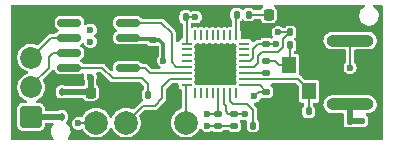
<source format=gtl>
G04 #@! TF.GenerationSoftware,KiCad,Pcbnew,(7.0.0)*
G04 #@! TF.CreationDate,2024-05-20T10:49:13+02:00*
G04 #@! TF.ProjectId,TTS,5454532e-6b69-4636-9164-5f7063625858,rev?*
G04 #@! TF.SameCoordinates,PX2255100PY2ebae40*
G04 #@! TF.FileFunction,Copper,L1,Top*
G04 #@! TF.FilePolarity,Positive*
%FSLAX46Y46*%
G04 Gerber Fmt 4.6, Leading zero omitted, Abs format (unit mm)*
G04 Created by KiCad (PCBNEW (7.0.0)) date 2024-05-20 10:49:13*
%MOMM*%
%LPD*%
G01*
G04 APERTURE LIST*
G04 Aperture macros list*
%AMRoundRect*
0 Rectangle with rounded corners*
0 $1 Rounding radius*
0 $2 $3 $4 $5 $6 $7 $8 $9 X,Y pos of 4 corners*
0 Add a 4 corners polygon primitive as box body*
4,1,4,$2,$3,$4,$5,$6,$7,$8,$9,$2,$3,0*
0 Add four circle primitives for the rounded corners*
1,1,$1+$1,$2,$3*
1,1,$1+$1,$4,$5*
1,1,$1+$1,$6,$7*
1,1,$1+$1,$8,$9*
0 Add four rect primitives between the rounded corners*
20,1,$1+$1,$2,$3,$4,$5,0*
20,1,$1+$1,$4,$5,$6,$7,0*
20,1,$1+$1,$6,$7,$8,$9,0*
20,1,$1+$1,$8,$9,$2,$3,0*%
G04 Aperture macros list end*
G04 #@! TA.AperFunction,SMDPad,CuDef*
%ADD10C,2.000000*%
G04 #@! TD*
G04 #@! TA.AperFunction,SMDPad,CuDef*
%ADD11RoundRect,0.135000X0.185000X-0.135000X0.185000X0.135000X-0.185000X0.135000X-0.185000X-0.135000X0*%
G04 #@! TD*
G04 #@! TA.AperFunction,SMDPad,CuDef*
%ADD12RoundRect,0.140000X0.170000X-0.140000X0.170000X0.140000X-0.170000X0.140000X-0.170000X-0.140000X0*%
G04 #@! TD*
G04 #@! TA.AperFunction,SMDPad,CuDef*
%ADD13RoundRect,0.140000X0.140000X0.170000X-0.140000X0.170000X-0.140000X-0.170000X0.140000X-0.170000X0*%
G04 #@! TD*
G04 #@! TA.AperFunction,SMDPad,CuDef*
%ADD14RoundRect,0.150000X0.825000X0.150000X-0.825000X0.150000X-0.825000X-0.150000X0.825000X-0.150000X0*%
G04 #@! TD*
G04 #@! TA.AperFunction,SMDPad,CuDef*
%ADD15O,4.000000X1.000000*%
G04 #@! TD*
G04 #@! TA.AperFunction,SMDPad,CuDef*
%ADD16RoundRect,0.062500X0.375000X0.062500X-0.375000X0.062500X-0.375000X-0.062500X0.375000X-0.062500X0*%
G04 #@! TD*
G04 #@! TA.AperFunction,SMDPad,CuDef*
%ADD17RoundRect,0.062500X0.062500X0.375000X-0.062500X0.375000X-0.062500X-0.375000X0.062500X-0.375000X0*%
G04 #@! TD*
G04 #@! TA.AperFunction,SMDPad,CuDef*
%ADD18R,3.450000X3.450000*%
G04 #@! TD*
G04 #@! TA.AperFunction,ComponentPad*
%ADD19RoundRect,0.250000X0.675000X-0.675000X0.675000X0.675000X-0.675000X0.675000X-0.675000X-0.675000X0*%
G04 #@! TD*
G04 #@! TA.AperFunction,ComponentPad*
%ADD20C,1.850000*%
G04 #@! TD*
G04 #@! TA.AperFunction,SMDPad,CuDef*
%ADD21RoundRect,0.140000X-0.170000X0.140000X-0.170000X-0.140000X0.170000X-0.140000X0.170000X0.140000X0*%
G04 #@! TD*
G04 #@! TA.AperFunction,SMDPad,CuDef*
%ADD22RoundRect,0.135000X0.135000X0.185000X-0.135000X0.185000X-0.135000X-0.185000X0.135000X-0.185000X0*%
G04 #@! TD*
G04 #@! TA.AperFunction,SMDPad,CuDef*
%ADD23RoundRect,0.140000X-0.140000X-0.170000X0.140000X-0.170000X0.140000X0.170000X-0.140000X0.170000X0*%
G04 #@! TD*
G04 #@! TA.AperFunction,SMDPad,CuDef*
%ADD24RoundRect,0.112500X-0.112500X0.187500X-0.112500X-0.187500X0.112500X-0.187500X0.112500X0.187500X0*%
G04 #@! TD*
G04 #@! TA.AperFunction,SMDPad,CuDef*
%ADD25RoundRect,0.135000X-0.185000X0.135000X-0.185000X-0.135000X0.185000X-0.135000X0.185000X0.135000X0*%
G04 #@! TD*
G04 #@! TA.AperFunction,SMDPad,CuDef*
%ADD26RoundRect,0.225000X-0.225000X-0.250000X0.225000X-0.250000X0.225000X0.250000X-0.225000X0.250000X0*%
G04 #@! TD*
G04 #@! TA.AperFunction,SMDPad,CuDef*
%ADD27RoundRect,0.218750X0.218750X0.256250X-0.218750X0.256250X-0.218750X-0.256250X0.218750X-0.256250X0*%
G04 #@! TD*
G04 #@! TA.AperFunction,SMDPad,CuDef*
%ADD28RoundRect,0.135000X-0.135000X-0.185000X0.135000X-0.185000X0.135000X0.185000X-0.135000X0.185000X0*%
G04 #@! TD*
G04 #@! TA.AperFunction,SMDPad,CuDef*
%ADD29R,1.200000X1.400000*%
G04 #@! TD*
G04 #@! TA.AperFunction,ViaPad*
%ADD30C,0.600000*%
G04 #@! TD*
G04 #@! TA.AperFunction,Conductor*
%ADD31C,0.200000*%
G04 #@! TD*
G04 #@! TA.AperFunction,Conductor*
%ADD32C,0.300000*%
G04 #@! TD*
G04 #@! TA.AperFunction,Conductor*
%ADD33C,0.500000*%
G04 #@! TD*
G04 APERTURE END LIST*
D10*
X15110000Y1750000D03*
X12570000Y1750000D03*
X10030000Y1750000D03*
X7490000Y1750000D03*
D11*
X19200000Y1490000D03*
X19200000Y2510000D03*
D12*
X21900000Y8420000D03*
X21900000Y9380000D03*
D13*
X15080000Y10700000D03*
X14120000Y10700000D03*
D14*
X10175000Y6395000D03*
X10175000Y7665000D03*
X10175000Y8935000D03*
X10175000Y10205000D03*
X5225000Y10205000D03*
X5225000Y8935000D03*
X5225000Y7665000D03*
X5225000Y6395000D03*
D15*
X28999999Y8699999D03*
X28999999Y3299999D03*
D13*
X28980000Y1900000D03*
X28020000Y1900000D03*
D16*
X20037500Y4950000D03*
X20037500Y5450000D03*
X20037500Y5950000D03*
X20037500Y6450000D03*
X20037500Y6950000D03*
X20037500Y7450000D03*
X20037500Y7950000D03*
X20037500Y8450000D03*
D17*
X19350000Y9137500D03*
X18850000Y9137500D03*
X18350000Y9137500D03*
X17850000Y9137500D03*
X17350000Y9137500D03*
X16850000Y9137500D03*
X16350000Y9137500D03*
X15850000Y9137500D03*
D16*
X15162500Y8450000D03*
X15162500Y7950000D03*
X15162500Y7450000D03*
X15162500Y6950000D03*
X15162500Y6450000D03*
X15162500Y5950000D03*
X15162500Y5450000D03*
X15162500Y4950000D03*
D17*
X15850000Y4262500D03*
X16350000Y4262500D03*
X16850000Y4262500D03*
X17350000Y4262500D03*
X17850000Y4262500D03*
X18350000Y4262500D03*
X18850000Y4262500D03*
X19350000Y4262500D03*
D18*
X17599999Y6699999D03*
D19*
X2000000Y2250000D03*
D20*
X2000000Y4750000D03*
X2000000Y7250000D03*
X2000000Y9750000D03*
D13*
X23920000Y9400000D03*
X24880000Y9400000D03*
D21*
X12300000Y8780000D03*
X12300000Y7820000D03*
D22*
X11910000Y4100000D03*
X10890000Y4100000D03*
D11*
X17800000Y1490000D03*
X17800000Y2510000D03*
D23*
X24520000Y2700000D03*
X25480000Y2700000D03*
X23920000Y8300000D03*
X24880000Y8300000D03*
D24*
X4600000Y2250000D03*
X4600000Y4350000D03*
D25*
X21900000Y7010000D03*
X21900000Y5990000D03*
D26*
X7025000Y4300000D03*
X8575000Y4300000D03*
D27*
X23687500Y10900000D03*
X22112500Y10900000D03*
D28*
X20790000Y1500000D03*
X21810000Y1500000D03*
X19390000Y10900000D03*
X20410000Y10900000D03*
D21*
X21900000Y4380000D03*
X21900000Y3420000D03*
D29*
X23849999Y6599999D03*
X23849999Y4399999D03*
X25549999Y4399999D03*
X25549999Y6599999D03*
D30*
X6000000Y1700000D03*
X22900000Y9400000D03*
X20900000Y9400000D03*
X7000000Y8600000D03*
X7000000Y9600000D03*
X30000000Y5000000D03*
X28000000Y5000000D03*
X17600000Y6700000D03*
X18600000Y5700000D03*
X16600000Y5700000D03*
X18600000Y7700000D03*
X16600000Y7700000D03*
X27000000Y1900000D03*
X30000000Y1900000D03*
X29000000Y6400000D03*
X16900000Y1500000D03*
X20900000Y4000000D03*
X22700000Y8400000D03*
X26100000Y10600000D03*
X26100000Y9400000D03*
X26100000Y8300000D03*
X23400000Y2500000D03*
X21900000Y2500000D03*
X12300000Y10900000D03*
X9900000Y4300000D03*
X20100000Y2500000D03*
X15900000Y10700000D03*
X7000000Y5600000D03*
X13200000Y7000000D03*
X12300000Y7000000D03*
X16900000Y2500000D03*
X13900000Y4200000D03*
D31*
X18350000Y3350000D02*
X18350000Y4262500D01*
X18500000Y3200000D02*
X18350000Y3350000D01*
X18690000Y2510000D02*
X18500000Y2700000D01*
X19200000Y2510000D02*
X18690000Y2510000D01*
X18500000Y2700000D02*
X18500000Y3200000D01*
D32*
X13200000Y8400000D02*
X12820000Y8780000D01*
X12820000Y8780000D02*
X12300000Y8780000D01*
X13200000Y7000000D02*
X13200000Y8400000D01*
D31*
X10310000Y7800000D02*
X10175000Y7665000D01*
D32*
X12280000Y7800000D02*
X10310000Y7800000D01*
D31*
X12300000Y7820000D02*
X12280000Y7800000D01*
X12300000Y8780000D02*
X12280000Y8800000D01*
D32*
X12280000Y8800000D02*
X10310000Y8800000D01*
D31*
X10310000Y8800000D02*
X10175000Y8935000D01*
X7440000Y1700000D02*
X7490000Y1750000D01*
X6000000Y1700000D02*
X7440000Y1700000D01*
X20850000Y6450000D02*
X20037500Y6450000D01*
X21200000Y6800000D02*
X20850000Y6450000D01*
X21200000Y7400000D02*
X21200000Y6800000D01*
X23340000Y8140000D02*
X22900000Y7700000D01*
X23340000Y8820000D02*
X23340000Y8140000D01*
X23920000Y9400000D02*
X23340000Y8820000D01*
X22900000Y7700000D02*
X21500000Y7700000D01*
X21500000Y7700000D02*
X21200000Y7400000D01*
X20800000Y7262348D02*
X20487652Y6950000D01*
X20487652Y6950000D02*
X20037500Y6950000D01*
X20800000Y8000000D02*
X20800000Y7262348D01*
X21220000Y8420000D02*
X20800000Y8000000D01*
X21900000Y8420000D02*
X21220000Y8420000D01*
X23920000Y9400000D02*
X22900000Y9400000D01*
X20920000Y9380000D02*
X20900000Y9400000D01*
X21900000Y9380000D02*
X20920000Y9380000D01*
D33*
X28980000Y1900000D02*
X28980000Y3280000D01*
D31*
X28980000Y3280000D02*
X29000000Y3300000D01*
D33*
X28980000Y1900000D02*
X30000000Y1900000D01*
D31*
X29000000Y6400000D02*
X29000000Y8700000D01*
X25480000Y4330000D02*
X25550000Y4400000D01*
X25480000Y2700000D02*
X25480000Y4330000D01*
X16910000Y1490000D02*
X16900000Y1500000D01*
X17800000Y1490000D02*
X16910000Y1490000D01*
X21280000Y4380000D02*
X20900000Y4000000D01*
X21900000Y4380000D02*
X21280000Y4380000D01*
X22680000Y8420000D02*
X22700000Y8400000D01*
X21900000Y8420000D02*
X22680000Y8420000D01*
X21330000Y4950000D02*
X21900000Y4380000D01*
X20037500Y4950000D02*
X21330000Y4950000D01*
X23920000Y6670000D02*
X23850000Y6600000D01*
X23920000Y8300000D02*
X23920000Y6670000D01*
X21910000Y7000000D02*
X21900000Y7010000D01*
X22600000Y7000000D02*
X21910000Y7000000D01*
X23000000Y6600000D02*
X22600000Y7000000D01*
X23850000Y6600000D02*
X23000000Y6600000D01*
X21860000Y5950000D02*
X21900000Y5990000D01*
X20037500Y5950000D02*
X21860000Y5950000D01*
X25550000Y4500000D02*
X25550000Y4400000D01*
X24630000Y5420000D02*
X25550000Y4500000D01*
X20037500Y5450000D02*
X20067500Y5420000D01*
X20067500Y5420000D02*
X24630000Y5420000D01*
X20410000Y10900000D02*
X22112500Y10900000D01*
X19350000Y10860000D02*
X19390000Y10900000D01*
X19350000Y9137500D02*
X19350000Y10860000D01*
X20800000Y1510000D02*
X20790000Y1500000D01*
X20800000Y2800000D02*
X20800000Y1510000D01*
X20300000Y3300000D02*
X20800000Y2800000D01*
X19100000Y3300000D02*
X20300000Y3300000D01*
X18850000Y3550000D02*
X19100000Y3300000D01*
X18850000Y4262500D02*
X18850000Y3550000D01*
X20090000Y2510000D02*
X20100000Y2500000D01*
X19200000Y2510000D02*
X20090000Y2510000D01*
X15080000Y10700000D02*
X15900000Y10700000D01*
X15162500Y10617500D02*
X15080000Y10700000D01*
X15162500Y8450000D02*
X15162500Y10617500D01*
X7025000Y5575000D02*
X7000000Y5600000D01*
D33*
X7025000Y4300000D02*
X7025000Y5575000D01*
D31*
X14300000Y6450000D02*
X15162500Y6450000D01*
X13900000Y6850000D02*
X14300000Y6450000D01*
X13900000Y9300000D02*
X13900000Y6850000D01*
X12995000Y10205000D02*
X13900000Y9300000D01*
X10175000Y10205000D02*
X12995000Y10205000D01*
X10180000Y6400000D02*
X10175000Y6395000D01*
X15162500Y5950000D02*
X12050000Y5950000D01*
X12050000Y5950000D02*
X11600000Y6400000D01*
X11600000Y6400000D02*
X10180000Y6400000D01*
D32*
X12300000Y7820000D02*
X12300000Y7000000D01*
D31*
X12145000Y8935000D02*
X12300000Y8780000D01*
X12145000Y7665000D02*
X12300000Y7820000D01*
X17800000Y1490000D02*
X19200000Y1490000D01*
X16910000Y2510000D02*
X16900000Y2500000D01*
X17800000Y2510000D02*
X16910000Y2510000D01*
X17850000Y4262500D02*
X17850000Y2560000D01*
X17850000Y2560000D02*
X17800000Y2510000D01*
X15110000Y4897500D02*
X15110000Y1750000D01*
X15162500Y4950000D02*
X15110000Y4897500D01*
X13100000Y4800000D02*
X13750000Y5450000D01*
X13100000Y3800000D02*
X13100000Y4800000D01*
X12500000Y3200000D02*
X13100000Y3800000D01*
X13750000Y5450000D02*
X15162500Y5450000D01*
X11480000Y3200000D02*
X12500000Y3200000D01*
X10030000Y1750000D02*
X11480000Y3200000D01*
X11900000Y4110000D02*
X11910000Y4100000D01*
X11900000Y5000000D02*
X11900000Y4110000D01*
X11400000Y5500000D02*
X11900000Y5000000D01*
X8005000Y6395000D02*
X8900000Y5500000D01*
X5225000Y6395000D02*
X8005000Y6395000D01*
X8900000Y5500000D02*
X11400000Y5500000D01*
D33*
X4600000Y4350000D02*
X6975000Y4350000D01*
D31*
X6975000Y4350000D02*
X7025000Y4300000D01*
D33*
X2000000Y2250000D02*
X4600000Y2250000D01*
D31*
X3865000Y7665000D02*
X5225000Y7665000D01*
X3500000Y7300000D02*
X3865000Y7665000D01*
X3500000Y6400000D02*
X3500000Y7300000D01*
X2000000Y4750000D02*
X2000000Y4900000D01*
X2000000Y4900000D02*
X3500000Y6400000D01*
X3685000Y8935000D02*
X5225000Y8935000D01*
X2000000Y7250000D02*
X3685000Y8935000D01*
G04 #@! TA.AperFunction,Conductor*
G36*
X30189954Y11733110D02*
G01*
X30235278Y11688274D01*
X30252335Y11626844D01*
X30236614Y11565058D01*
X30192271Y11519250D01*
X30102630Y11465315D01*
X30102625Y11465312D01*
X30096874Y11461851D01*
X30092002Y11457237D01*
X30091998Y11457233D01*
X29971234Y11342840D01*
X29971228Y11342834D01*
X29966358Y11338220D01*
X29962590Y11332664D01*
X29962585Y11332657D01*
X29869246Y11194993D01*
X29869240Y11194983D01*
X29865471Y11189423D01*
X29862981Y11183176D01*
X29862981Y11183174D01*
X29801420Y11028667D01*
X29801418Y11028663D01*
X29798930Y11022416D01*
X29797841Y11015778D01*
X29797841Y11015775D01*
X29784517Y10934501D01*
X29769845Y10845010D01*
X29770208Y10838297D01*
X29770209Y10838297D01*
X29779213Y10672219D01*
X29779213Y10672214D01*
X29779578Y10665499D01*
X29781377Y10659017D01*
X29781378Y10659016D01*
X29825732Y10499266D01*
X29827673Y10492277D01*
X29830823Y10486334D01*
X29830825Y10486331D01*
X29863414Y10424863D01*
X29911881Y10333444D01*
X29916229Y10328324D01*
X29916232Y10328321D01*
X29938219Y10302436D01*
X30028265Y10196426D01*
X30171382Y10087631D01*
X30334541Y10012146D01*
X30510113Y9973500D01*
X30641458Y9973500D01*
X30644816Y9973500D01*
X30778721Y9988063D01*
X30949085Y10045465D01*
X31103126Y10138149D01*
X31233642Y10261780D01*
X31334529Y10410577D01*
X31401070Y10577584D01*
X31430155Y10754990D01*
X31420422Y10934501D01*
X31372327Y11107723D01*
X31288119Y11266556D01*
X31171735Y11403574D01*
X31123644Y11440132D01*
X31033974Y11508298D01*
X31033970Y11508301D01*
X31028618Y11512369D01*
X31022512Y11515194D01*
X31016756Y11518657D01*
X31018068Y11520838D01*
X30976777Y11555903D01*
X30955586Y11618778D01*
X30969846Y11683577D01*
X31015473Y11731749D01*
X31079404Y11749500D01*
X31625500Y11749500D01*
X31687500Y11732887D01*
X31732887Y11687500D01*
X31749500Y11625500D01*
X31749500Y374500D01*
X31732887Y312500D01*
X31687500Y267113D01*
X31625500Y250500D01*
X15158584Y250500D01*
X15110000Y263141D01*
X15061416Y250500D01*
X10078584Y250500D01*
X10030000Y263141D01*
X9981416Y250500D01*
X7538584Y250500D01*
X7490000Y263141D01*
X7441416Y250500D01*
X5221248Y250500D01*
X5154467Y270019D01*
X5108710Y322431D01*
X5098382Y391235D01*
X5126736Y454771D01*
X5128765Y457161D01*
X5133642Y461780D01*
X5234529Y610577D01*
X5301070Y777584D01*
X5330155Y954990D01*
X5320422Y1134501D01*
X5272327Y1307723D01*
X5188119Y1466556D01*
X5161742Y1497609D01*
X5136669Y1527128D01*
X5071735Y1603574D01*
X5037122Y1629886D01*
X5011646Y1649253D01*
X4970294Y1705209D01*
X4965588Y1774628D01*
X4999007Y1835649D01*
X5012012Y1848653D01*
X5065220Y1957491D01*
X5075500Y2028051D01*
X5075499Y2075067D01*
X5080521Y2110000D01*
X5100500Y2178039D01*
X5100500Y2321961D01*
X5080522Y2390001D01*
X5075499Y2424935D01*
X5075499Y2467460D01*
X5075499Y2471948D01*
X5065220Y2542509D01*
X5012012Y2651347D01*
X4926347Y2737012D01*
X4917114Y2741526D01*
X4826158Y2785992D01*
X4826156Y2785993D01*
X4817509Y2790220D01*
X4807983Y2791608D01*
X4751385Y2799854D01*
X4751381Y2799855D01*
X4746949Y2800500D01*
X4742462Y2800500D01*
X4457540Y2800500D01*
X4457526Y2800500D01*
X4453052Y2800499D01*
X4448622Y2799854D01*
X4448612Y2799853D01*
X4392020Y2791609D01*
X4392014Y2791608D01*
X4382491Y2790220D01*
X4373839Y2785991D01*
X4373838Y2785990D01*
X4356728Y2777625D01*
X4335226Y2767113D01*
X4327017Y2763100D01*
X4272556Y2750500D01*
X3299499Y2750500D01*
X3237499Y2767113D01*
X3192112Y2812500D01*
X3175499Y2874500D01*
X3175499Y2969561D01*
X3175499Y2972872D01*
X3169091Y3032483D01*
X3118796Y3167331D01*
X3032546Y3282546D01*
X3012571Y3297499D01*
X2924431Y3363481D01*
X2924430Y3363482D01*
X2917331Y3368796D01*
X2782483Y3419091D01*
X2774770Y3419921D01*
X2774767Y3419921D01*
X2726180Y3425145D01*
X2726169Y3425146D01*
X2722873Y3425500D01*
X2719551Y3425500D01*
X2498464Y3425500D01*
X2433186Y3444073D01*
X2387464Y3494229D01*
X2374993Y3560941D01*
X2399510Y3624227D01*
X2453666Y3665125D01*
X2526210Y3693228D01*
X2711432Y3807912D01*
X2872427Y3954678D01*
X3003712Y4128528D01*
X3100817Y4323541D01*
X3160435Y4533077D01*
X3180536Y4750000D01*
X3160435Y4966923D01*
X3100817Y5176459D01*
X3031326Y5316015D01*
X3018459Y5365558D01*
X3026700Y5416079D01*
X3054644Y5458964D01*
X3713046Y6117366D01*
X3730836Y6131812D01*
X3732060Y6132940D01*
X3740669Y6138563D01*
X3759031Y6162157D01*
X3762235Y6166101D01*
X3764739Y6169058D01*
X3768375Y6172693D01*
X3779570Y6188376D01*
X3782577Y6192409D01*
X3789995Y6201940D01*
X3834491Y6237708D01*
X3890303Y6249750D01*
X3945595Y6235505D01*
X3988642Y6197996D01*
X4010318Y6145173D01*
X4012826Y6129336D01*
X4012828Y6129329D01*
X4014354Y6119696D01*
X4018780Y6111009D01*
X4018782Y6111004D01*
X4052668Y6044500D01*
X4071950Y6006658D01*
X4161658Y5916950D01*
X4274696Y5859354D01*
X4368481Y5844500D01*
X6081518Y5844501D01*
X6175304Y5859354D01*
X6288342Y5916950D01*
X6290795Y5919404D01*
X6346490Y5940953D01*
X6409344Y5931505D01*
X6459261Y5892157D01*
X6483124Y5833246D01*
X6474664Y5770252D01*
X6466782Y5751224D01*
X6466780Y5751219D01*
X6463670Y5743709D01*
X6462609Y5735652D01*
X6462608Y5735647D01*
X6452737Y5660669D01*
X6444750Y5600000D01*
X6445811Y5591941D01*
X6451948Y5545322D01*
X6463670Y5456291D01*
X6466781Y5448780D01*
X6466782Y5448777D01*
X6515061Y5332220D01*
X6524500Y5284768D01*
X6524500Y4999807D01*
X6511384Y4944302D01*
X6474810Y4900540D01*
X6467413Y4895004D01*
X6467405Y4894997D01*
X6460313Y4889687D01*
X6457102Y4885399D01*
X6419004Y4859940D01*
X6371549Y4850500D01*
X4927444Y4850500D01*
X4872983Y4863100D01*
X4826158Y4885992D01*
X4826156Y4885993D01*
X4817509Y4890220D01*
X4807983Y4891608D01*
X4751385Y4899854D01*
X4751381Y4899855D01*
X4746949Y4900500D01*
X4742462Y4900500D01*
X4457540Y4900500D01*
X4457526Y4900500D01*
X4453052Y4900499D01*
X4448622Y4899854D01*
X4448612Y4899853D01*
X4392020Y4891609D01*
X4392014Y4891608D01*
X4382491Y4890220D01*
X4373839Y4885991D01*
X4373838Y4885990D01*
X4282885Y4841526D01*
X4282881Y4841524D01*
X4273653Y4837012D01*
X4266389Y4829749D01*
X4266386Y4829746D01*
X4195254Y4758614D01*
X4195251Y4758611D01*
X4187988Y4751347D01*
X4183476Y4742119D01*
X4183474Y4742115D01*
X4139008Y4651159D01*
X4139006Y4651155D01*
X4134780Y4642509D01*
X4133392Y4632986D01*
X4133392Y4632984D01*
X4126891Y4588359D01*
X4124500Y4571949D01*
X4124500Y4567463D01*
X4124500Y4524932D01*
X4119477Y4489998D01*
X4101999Y4430474D01*
X4101998Y4430471D01*
X4099500Y4421961D01*
X4099500Y4278039D01*
X4101996Y4269537D01*
X4101997Y4269533D01*
X4119478Y4209997D01*
X4124500Y4175067D01*
X4124500Y4132541D01*
X4124500Y4132529D01*
X4124501Y4128052D01*
X4125146Y4123623D01*
X4125147Y4123612D01*
X4133391Y4067021D01*
X4133392Y4067017D01*
X4134780Y4057491D01*
X4154915Y4016305D01*
X4179085Y3966863D01*
X4187988Y3948653D01*
X4273653Y3862988D01*
X4382491Y3809780D01*
X4453051Y3799500D01*
X4746948Y3799501D01*
X4817509Y3809780D01*
X4872983Y3836901D01*
X4927444Y3849500D01*
X6294050Y3849500D01*
X6349555Y3836384D01*
X6393316Y3799811D01*
X6460313Y3710313D01*
X6569774Y3628372D01*
X6626058Y3607379D01*
X6690617Y3583299D01*
X6690618Y3583299D01*
X6697886Y3580588D01*
X6754515Y3574500D01*
X7295484Y3574501D01*
X7352114Y3580588D01*
X7480226Y3628372D01*
X7589687Y3710313D01*
X7671628Y3819774D01*
X7719412Y3947886D01*
X7725500Y4004515D01*
X7725499Y4595484D01*
X7719412Y4652114D01*
X7671628Y4780226D01*
X7623922Y4843954D01*
X7595001Y4882589D01*
X7594998Y4882592D01*
X7589687Y4889687D01*
X7582590Y4895000D01*
X7582587Y4895003D01*
X7575190Y4900540D01*
X7538616Y4944302D01*
X7525500Y4999807D01*
X7525500Y5405480D01*
X7532479Y5440567D01*
X7531116Y5440932D01*
X7533218Y5448780D01*
X7536330Y5456291D01*
X7555250Y5600000D01*
X7536330Y5743709D01*
X7492096Y5850500D01*
X7482757Y5873048D01*
X7473915Y5932655D01*
X7494216Y5989391D01*
X7538865Y6029858D01*
X7597318Y6044500D01*
X7808456Y6044500D01*
X7855909Y6035061D01*
X7896137Y6008181D01*
X8617362Y5286956D01*
X8631823Y5269149D01*
X8632944Y5267931D01*
X8638563Y5259331D01*
X8646666Y5253025D01*
X8646669Y5253021D01*
X8662131Y5240987D01*
X8666108Y5237757D01*
X8669067Y5235251D01*
X8672693Y5231625D01*
X8688366Y5220435D01*
X8692460Y5217382D01*
X8730874Y5187483D01*
X8737892Y5185074D01*
X8743934Y5180760D01*
X8758381Y5176459D01*
X8790593Y5166869D01*
X8795423Y5165323D01*
X8841512Y5149500D01*
X8848935Y5149500D01*
X8856046Y5147383D01*
X8904668Y5149395D01*
X8909792Y5149500D01*
X11203456Y5149500D01*
X11250909Y5140061D01*
X11291137Y5113181D01*
X11513181Y4891138D01*
X11540061Y4850910D01*
X11549500Y4803457D01*
X11549500Y4656040D01*
X11540061Y4608587D01*
X11513181Y4568359D01*
X11464190Y4519369D01*
X11464187Y4519366D01*
X11456924Y4512102D01*
X11452412Y4502874D01*
X11452410Y4502870D01*
X11404648Y4405172D01*
X11404646Y4405169D01*
X11400418Y4396518D01*
X11399029Y4386990D01*
X11399029Y4386987D01*
X11390146Y4326020D01*
X11390145Y4326012D01*
X11389500Y4321582D01*
X11389500Y3878418D01*
X11390145Y3873988D01*
X11390146Y3873981D01*
X11398792Y3814643D01*
X11400418Y3803482D01*
X11404647Y3794831D01*
X11404648Y3794829D01*
X11446284Y3709662D01*
X11458128Y3641529D01*
X11431639Y3577648D01*
X11378934Y3540614D01*
X11378607Y3540573D01*
X11371939Y3537314D01*
X11364619Y3536092D01*
X11355588Y3531206D01*
X11355582Y3531203D01*
X11321808Y3512926D01*
X11317257Y3510583D01*
X11282746Y3493711D01*
X11282741Y3493708D01*
X11273517Y3489198D01*
X11268269Y3483951D01*
X11261742Y3480418D01*
X11254785Y3472862D01*
X11254786Y3472862D01*
X11228769Y3444601D01*
X11225223Y3440906D01*
X10694333Y2910016D01*
X10652434Y2882458D01*
X10603046Y2873749D01*
X10554248Y2885315D01*
X10464241Y2927286D01*
X10464230Y2927290D01*
X10459330Y2929575D01*
X10454103Y2930976D01*
X10454102Y2930976D01*
X10253209Y2984806D01*
X10253199Y2984808D01*
X10247977Y2986207D01*
X10242585Y2986679D01*
X10242578Y2986680D01*
X10035395Y3004805D01*
X10030000Y3005277D01*
X10024605Y3004805D01*
X9817421Y2986680D01*
X9817412Y2986679D01*
X9812023Y2986207D01*
X9806802Y2984809D01*
X9806790Y2984806D01*
X9605897Y2930976D01*
X9605892Y2930975D01*
X9600670Y2929575D01*
X9595774Y2927293D01*
X9595763Y2927288D01*
X9407272Y2839392D01*
X9407268Y2839390D01*
X9402362Y2837102D01*
X9397929Y2833999D01*
X9397922Y2833994D01*
X9227558Y2714704D01*
X9227553Y2714701D01*
X9223123Y2711598D01*
X9219299Y2707775D01*
X9219293Y2707769D01*
X9072231Y2560707D01*
X9072225Y2560701D01*
X9068402Y2556877D01*
X9065299Y2552447D01*
X9065296Y2552442D01*
X8946006Y2382078D01*
X8946001Y2382071D01*
X8942898Y2377638D01*
X8940610Y2372732D01*
X8940608Y2372728D01*
X8872382Y2226417D01*
X8826625Y2174241D01*
X8760000Y2154822D01*
X8693375Y2174241D01*
X8647618Y2226417D01*
X8625314Y2274247D01*
X8577102Y2377638D01*
X8451598Y2556877D01*
X8296877Y2711598D01*
X8292446Y2714701D01*
X8292442Y2714704D01*
X8122068Y2834001D01*
X8122066Y2834003D01*
X8117639Y2837102D01*
X8112742Y2839386D01*
X8112736Y2839389D01*
X7924236Y2927288D01*
X7924229Y2927291D01*
X7919330Y2929575D01*
X7914103Y2930976D01*
X7914102Y2930976D01*
X7713209Y2984806D01*
X7713199Y2984808D01*
X7707977Y2986207D01*
X7702585Y2986679D01*
X7702578Y2986680D01*
X7495395Y3004805D01*
X7490000Y3005277D01*
X7484605Y3004805D01*
X7277421Y2986680D01*
X7277412Y2986679D01*
X7272023Y2986207D01*
X7266802Y2984809D01*
X7266790Y2984806D01*
X7065897Y2930976D01*
X7065892Y2930975D01*
X7060670Y2929575D01*
X7055774Y2927293D01*
X7055763Y2927288D01*
X6867272Y2839392D01*
X6867268Y2839390D01*
X6862362Y2837102D01*
X6857929Y2833999D01*
X6857922Y2833994D01*
X6687558Y2714704D01*
X6687553Y2714701D01*
X6683123Y2711598D01*
X6679299Y2707775D01*
X6679293Y2707769D01*
X6532231Y2560707D01*
X6532225Y2560701D01*
X6528402Y2556877D01*
X6525299Y2552447D01*
X6525296Y2552442D01*
X6406006Y2382078D01*
X6406001Y2382071D01*
X6402898Y2377638D01*
X6400611Y2372735D01*
X6400610Y2372732D01*
X6355879Y2276807D01*
X6316090Y2228683D01*
X6257892Y2206051D01*
X6196045Y2214652D01*
X6151223Y2233218D01*
X6151220Y2233219D01*
X6143709Y2236330D01*
X6135649Y2237392D01*
X6135646Y2237392D01*
X6008059Y2254189D01*
X6000000Y2255250D01*
X5991941Y2254189D01*
X5864353Y2237392D01*
X5864348Y2237391D01*
X5856291Y2236330D01*
X5848781Y2233220D01*
X5848776Y2233218D01*
X5729885Y2183972D01*
X5729883Y2183971D01*
X5722375Y2180861D01*
X5715933Y2175918D01*
X5715928Y2175915D01*
X5613821Y2097565D01*
X5613817Y2097562D01*
X5607379Y2092621D01*
X5602438Y2086183D01*
X5602435Y2086179D01*
X5524085Y1984072D01*
X5524082Y1984067D01*
X5519139Y1977625D01*
X5516029Y1970117D01*
X5516028Y1970115D01*
X5466782Y1851224D01*
X5466780Y1851219D01*
X5463670Y1843709D01*
X5462609Y1835652D01*
X5462608Y1835647D01*
X5452161Y1756291D01*
X5444750Y1700000D01*
X5445811Y1691941D01*
X5458029Y1599132D01*
X5463670Y1556291D01*
X5466781Y1548780D01*
X5466782Y1548777D01*
X5500441Y1467517D01*
X5519139Y1422375D01*
X5524084Y1415931D01*
X5524085Y1415929D01*
X5587973Y1332669D01*
X5607379Y1307379D01*
X5722375Y1219139D01*
X5856291Y1163670D01*
X6000000Y1144750D01*
X6143709Y1163670D01*
X6235131Y1201538D01*
X6296973Y1210138D01*
X6355171Y1187507D01*
X6394960Y1139383D01*
X6400610Y1127266D01*
X6400613Y1127260D01*
X6402898Y1122361D01*
X6405997Y1117934D01*
X6405999Y1117932D01*
X6525296Y947558D01*
X6525299Y947554D01*
X6528402Y943123D01*
X6683123Y788402D01*
X6687555Y785299D01*
X6687557Y785297D01*
X6811142Y698762D01*
X6862361Y662898D01*
X6867261Y660613D01*
X6867263Y660612D01*
X6986506Y605008D01*
X7060670Y570425D01*
X7198685Y533444D01*
X7266790Y515195D01*
X7266791Y515195D01*
X7272023Y513793D01*
X7452223Y498028D01*
X7490000Y484589D01*
X7527777Y498028D01*
X7707977Y513793D01*
X7919330Y570425D01*
X8117639Y662898D01*
X8296877Y788402D01*
X8451598Y943123D01*
X8577102Y1122361D01*
X8647617Y1273583D01*
X8693375Y1325759D01*
X8760000Y1345179D01*
X8826625Y1325759D01*
X8872382Y1273583D01*
X8940609Y1127268D01*
X8940613Y1127261D01*
X8942898Y1122361D01*
X8945997Y1117934D01*
X8945999Y1117932D01*
X9065296Y947558D01*
X9065299Y947554D01*
X9068402Y943123D01*
X9223123Y788402D01*
X9227555Y785299D01*
X9227557Y785297D01*
X9351142Y698762D01*
X9402361Y662898D01*
X9407261Y660613D01*
X9407263Y660612D01*
X9526506Y605008D01*
X9600670Y570425D01*
X9738685Y533444D01*
X9806790Y515195D01*
X9806791Y515195D01*
X9812023Y513793D01*
X9992223Y498028D01*
X10030000Y484589D01*
X10067777Y498028D01*
X10247977Y513793D01*
X10459330Y570425D01*
X10657639Y662898D01*
X10836877Y788402D01*
X10991598Y943123D01*
X11117102Y1122361D01*
X11209575Y1320670D01*
X11266207Y1532023D01*
X11285277Y1750000D01*
X11266207Y1967977D01*
X11257738Y1999582D01*
X11243901Y2051224D01*
X11209575Y2179330D01*
X11165312Y2274251D01*
X11153747Y2323046D01*
X11162456Y2372434D01*
X11190011Y2414331D01*
X11588862Y2813181D01*
X11629091Y2840061D01*
X11676544Y2849500D01*
X12450788Y2849500D01*
X12473605Y2847134D01*
X12475258Y2847066D01*
X12485315Y2844957D01*
X12514977Y2848655D01*
X12520064Y2849182D01*
X12523905Y2849500D01*
X12529040Y2849500D01*
X12534096Y2850344D01*
X12534098Y2850344D01*
X12538438Y2851069D01*
X12548020Y2852668D01*
X12553069Y2853404D01*
X12601393Y2859427D01*
X12608060Y2862687D01*
X12615381Y2863908D01*
X12658216Y2887091D01*
X12662730Y2889414D01*
X12706484Y2910802D01*
X12711732Y2916051D01*
X12718258Y2919582D01*
X12751254Y2955428D01*
X12754756Y2959076D01*
X13313046Y3517366D01*
X13330836Y3531812D01*
X13332060Y3532940D01*
X13340669Y3538563D01*
X13359031Y3562157D01*
X13362235Y3566101D01*
X13364739Y3569058D01*
X13368375Y3572693D01*
X13379573Y3588380D01*
X13382586Y3592421D01*
X13412517Y3630874D01*
X13414926Y3637893D01*
X13419240Y3643934D01*
X13433142Y3690632D01*
X13434679Y3695431D01*
X13450500Y3741512D01*
X13450500Y3748935D01*
X13452617Y3756046D01*
X13450605Y3804669D01*
X13450500Y3809792D01*
X13450500Y4603456D01*
X13459939Y4650909D01*
X13486819Y4691137D01*
X13858862Y5063181D01*
X13899090Y5090061D01*
X13946543Y5099500D01*
X14350500Y5099500D01*
X14412500Y5082887D01*
X14457887Y5037501D01*
X14474500Y4975501D01*
X14474500Y4854881D01*
X14474500Y4854867D01*
X14474501Y4850822D01*
X14480501Y4805240D01*
X14484509Y4796644D01*
X14484510Y4796642D01*
X14488854Y4787327D01*
X14527150Y4705201D01*
X14605201Y4627150D01*
X14615030Y4622567D01*
X14615031Y4622566D01*
X14687905Y4588584D01*
X14740081Y4542827D01*
X14759500Y4476202D01*
X14759500Y3044590D01*
X14749358Y2995475D01*
X14720592Y2954393D01*
X14680599Y2929728D01*
X14680670Y2929575D01*
X14679369Y2928969D01*
X14679364Y2928967D01*
X14675760Y2927286D01*
X14675756Y2927284D01*
X14487272Y2839392D01*
X14487268Y2839390D01*
X14482362Y2837102D01*
X14477929Y2833999D01*
X14477922Y2833994D01*
X14307558Y2714704D01*
X14307553Y2714701D01*
X14303123Y2711598D01*
X14299299Y2707775D01*
X14299293Y2707769D01*
X14152231Y2560707D01*
X14152225Y2560701D01*
X14148402Y2556877D01*
X14145299Y2552447D01*
X14145296Y2552442D01*
X14026006Y2382078D01*
X14026001Y2382071D01*
X14022898Y2377638D01*
X14020610Y2372732D01*
X14020608Y2372728D01*
X13932712Y2184237D01*
X13932707Y2184226D01*
X13930425Y2179330D01*
X13929025Y2174108D01*
X13929024Y2174103D01*
X13875194Y1973210D01*
X13875191Y1973198D01*
X13873793Y1967977D01*
X13873321Y1962588D01*
X13873320Y1962579D01*
X13859550Y1805172D01*
X13854723Y1750000D01*
X13855195Y1744605D01*
X13873320Y1537422D01*
X13873321Y1537415D01*
X13873793Y1532023D01*
X13875192Y1526801D01*
X13875194Y1526791D01*
X13927210Y1332669D01*
X13930425Y1320670D01*
X13932709Y1315771D01*
X13932712Y1315764D01*
X14020611Y1127264D01*
X14020614Y1127259D01*
X14022898Y1122361D01*
X14025997Y1117934D01*
X14025999Y1117932D01*
X14145296Y947558D01*
X14145299Y947554D01*
X14148402Y943123D01*
X14303123Y788402D01*
X14307555Y785299D01*
X14307557Y785297D01*
X14431142Y698762D01*
X14482361Y662898D01*
X14487261Y660613D01*
X14487263Y660612D01*
X14606506Y605008D01*
X14680670Y570425D01*
X14818685Y533444D01*
X14886790Y515195D01*
X14886791Y515195D01*
X14892023Y513793D01*
X15072223Y498028D01*
X15110000Y484589D01*
X15147777Y498028D01*
X15327977Y513793D01*
X15539330Y570425D01*
X15737639Y662898D01*
X15916877Y788402D01*
X16071598Y943123D01*
X16197102Y1122361D01*
X16223680Y1179360D01*
X16263833Y1227744D01*
X16322561Y1250215D01*
X16384760Y1240989D01*
X16434437Y1202438D01*
X16502432Y1113825D01*
X16502435Y1113822D01*
X16507379Y1107379D01*
X16622375Y1019139D01*
X16756291Y963670D01*
X16900000Y944750D01*
X17043709Y963670D01*
X17177625Y1019139D01*
X17220393Y1051957D01*
X17274345Y1075697D01*
X17333166Y1071842D01*
X17371250Y1048732D01*
X17372271Y1050160D01*
X17380630Y1044192D01*
X17387898Y1036924D01*
X17503482Y980418D01*
X17578418Y969500D01*
X18017100Y969500D01*
X18021582Y969500D01*
X18096518Y980418D01*
X18212102Y1036924D01*
X18278358Y1103181D01*
X18318587Y1130061D01*
X18366040Y1139500D01*
X18633960Y1139500D01*
X18681413Y1130061D01*
X18721641Y1103181D01*
X18787898Y1036924D01*
X18903482Y980418D01*
X18978418Y969500D01*
X19417100Y969500D01*
X19421582Y969500D01*
X19496518Y980418D01*
X19612102Y1036924D01*
X19703076Y1127898D01*
X19759582Y1243482D01*
X19770500Y1318418D01*
X19770500Y1661582D01*
X19759582Y1736518D01*
X19714334Y1829073D01*
X19701787Y1887117D01*
X19717670Y1944343D01*
X19758342Y1987619D01*
X19814473Y2007019D01*
X19873187Y1998092D01*
X19898472Y1987619D01*
X19956291Y1963670D01*
X20100000Y1944750D01*
X20145678Y1950764D01*
X20206637Y1943459D01*
X20256621Y1907805D01*
X20283374Y1852543D01*
X20280619Y1796931D01*
X20280418Y1796518D01*
X20279030Y1786995D01*
X20279029Y1786990D01*
X20270146Y1726020D01*
X20270145Y1726012D01*
X20269500Y1721582D01*
X20269500Y1278418D01*
X20270145Y1273988D01*
X20270146Y1273981D01*
X20276883Y1227744D01*
X20280418Y1203482D01*
X20284647Y1194831D01*
X20284648Y1194829D01*
X20329452Y1103181D01*
X20336924Y1087898D01*
X20427898Y996924D01*
X20543482Y940418D01*
X20618418Y929500D01*
X20957100Y929500D01*
X20961582Y929500D01*
X21036518Y940418D01*
X21152102Y996924D01*
X21243076Y1087898D01*
X21299582Y1203482D01*
X21310500Y1278418D01*
X21310500Y1721582D01*
X21299582Y1796518D01*
X21243076Y1912102D01*
X21186819Y1968359D01*
X21159939Y2008587D01*
X21150500Y2056040D01*
X21150500Y2750788D01*
X21152866Y2773606D01*
X21152934Y2775259D01*
X21155043Y2785315D01*
X21151346Y2814968D01*
X21150818Y2820064D01*
X21150500Y2823903D01*
X21150500Y2829040D01*
X21147335Y2848007D01*
X21146595Y2853082D01*
X21146594Y2853088D01*
X21140573Y2901393D01*
X21137313Y2908061D01*
X21136092Y2915381D01*
X21112924Y2958190D01*
X21110579Y2962746D01*
X21110418Y2963076D01*
X21089198Y3006484D01*
X21083949Y3011733D01*
X21080418Y3018258D01*
X21044612Y3051220D01*
X21040914Y3054768D01*
X20857707Y3237975D01*
X20824627Y3297499D01*
X20827969Y3365515D01*
X20866723Y3421509D01*
X20929202Y3448595D01*
X21043709Y3463670D01*
X21177625Y3519139D01*
X21292621Y3607379D01*
X21380861Y3722375D01*
X21417514Y3810867D01*
X21459189Y3863730D01*
X21522347Y3887030D01*
X21588371Y3873896D01*
X21607825Y3863983D01*
X21699265Y3849500D01*
X22100734Y3849501D01*
X22192175Y3863983D01*
X22302391Y3920141D01*
X22389859Y4007609D01*
X22446017Y4117825D01*
X22460500Y4209265D01*
X22460499Y4550734D01*
X22446017Y4642175D01*
X22389859Y4752391D01*
X22302391Y4839859D01*
X22293696Y4844290D01*
X22292466Y4845183D01*
X22253154Y4892705D01*
X22241598Y4953287D01*
X22260657Y5011943D01*
X22305616Y5054162D01*
X22365353Y5069500D01*
X24433456Y5069500D01*
X24480909Y5060061D01*
X24521137Y5033181D01*
X24663181Y4891137D01*
X24690061Y4850909D01*
X24699500Y4803457D01*
X24699500Y3675326D01*
X24700688Y3669351D01*
X24700689Y3669347D01*
X24711650Y3614241D01*
X24711651Y3614238D01*
X24714034Y3602260D01*
X24769399Y3519399D01*
X24852260Y3464034D01*
X24925326Y3449500D01*
X25005500Y3449500D01*
X25067500Y3432887D01*
X25112887Y3387500D01*
X25129500Y3325500D01*
X25129500Y3263112D01*
X25120061Y3215659D01*
X25093181Y3175431D01*
X25027042Y3109293D01*
X25027039Y3109290D01*
X25020141Y3102391D01*
X25015712Y3093700D01*
X25015710Y3093696D01*
X24968414Y3000872D01*
X24963983Y2992175D01*
X24962456Y2982540D01*
X24962455Y2982534D01*
X24950263Y2905556D01*
X24950262Y2905549D01*
X24949500Y2900735D01*
X24949500Y2895858D01*
X24949500Y2895857D01*
X24949500Y2504136D01*
X24949500Y2504124D01*
X24949501Y2499266D01*
X24950261Y2494462D01*
X24950262Y2494460D01*
X24962456Y2417462D01*
X24962457Y2417458D01*
X24963983Y2407825D01*
X24968411Y2399134D01*
X24968412Y2399132D01*
X24990241Y2356291D01*
X25020141Y2297609D01*
X25107609Y2210141D01*
X25217825Y2153983D01*
X25309265Y2139500D01*
X25650734Y2139501D01*
X25742175Y2153983D01*
X25852391Y2210141D01*
X25939859Y2297609D01*
X25996017Y2407825D01*
X26010500Y2499265D01*
X26010499Y2900734D01*
X25996017Y2992175D01*
X25939859Y3102391D01*
X25866819Y3175431D01*
X25839939Y3215659D01*
X25831902Y3256065D01*
X26745669Y3256065D01*
X26776135Y3083289D01*
X26845623Y2922196D01*
X26849936Y2916403D01*
X26849937Y2916401D01*
X26907271Y2839389D01*
X26950390Y2781470D01*
X27084786Y2668698D01*
X27241567Y2589960D01*
X27412279Y2549500D01*
X28355500Y2549500D01*
X28417500Y2532887D01*
X28462887Y2487500D01*
X28479500Y2425500D01*
X28479500Y2252399D01*
X28469507Y2210779D01*
X28471430Y2210154D01*
X28468413Y2200870D01*
X28463983Y2192175D01*
X28462456Y2182540D01*
X28462455Y2182534D01*
X28450263Y2105556D01*
X28450262Y2105549D01*
X28449500Y2100735D01*
X28449500Y2095858D01*
X28449500Y2095857D01*
X28449500Y1704136D01*
X28449500Y1704124D01*
X28449501Y1699266D01*
X28450261Y1694462D01*
X28450262Y1694460D01*
X28462456Y1617462D01*
X28462457Y1617458D01*
X28463983Y1607825D01*
X28468411Y1599134D01*
X28468412Y1599132D01*
X28502606Y1532023D01*
X28520141Y1497609D01*
X28607609Y1410141D01*
X28717825Y1353983D01*
X28809265Y1339500D01*
X29150734Y1339501D01*
X29242175Y1353983D01*
X29304982Y1385986D01*
X29361277Y1399500D01*
X29745124Y1399500D01*
X29792576Y1390061D01*
X29802417Y1385985D01*
X29856291Y1363670D01*
X30000000Y1344750D01*
X30143709Y1363670D01*
X30277625Y1419139D01*
X30392621Y1507379D01*
X30480861Y1622375D01*
X30536330Y1756291D01*
X30555250Y1900000D01*
X30536330Y2043709D01*
X30480861Y2177625D01*
X30392621Y2292621D01*
X30347655Y2327125D01*
X30309863Y2375065D01*
X30299525Y2435229D01*
X30319148Y2493035D01*
X30363975Y2534473D01*
X30423143Y2549500D01*
X30540111Y2549500D01*
X30543709Y2549500D01*
X30674255Y2564759D01*
X30839117Y2624763D01*
X30985696Y2721170D01*
X31106092Y2848782D01*
X31193812Y3000719D01*
X31244130Y3168790D01*
X31254331Y3343935D01*
X31223865Y3516711D01*
X31154377Y3677804D01*
X31049610Y3818530D01*
X31038226Y3828082D01*
X30920745Y3926661D01*
X30920744Y3926662D01*
X30915214Y3931302D01*
X30908763Y3934542D01*
X30764883Y4006801D01*
X30764880Y4006802D01*
X30758433Y4010040D01*
X30751407Y4011706D01*
X30751405Y4011706D01*
X30594749Y4048835D01*
X30594743Y4048836D01*
X30587721Y4050500D01*
X27456291Y4050500D01*
X27452725Y4050084D01*
X27452721Y4050083D01*
X27332915Y4036080D01*
X27332907Y4036079D01*
X27325745Y4035241D01*
X27318967Y4032775D01*
X27318958Y4032772D01*
X27167674Y3977709D01*
X27167671Y3977708D01*
X27160883Y3975237D01*
X27154850Y3971270D01*
X27154842Y3971265D01*
X27020340Y3882801D01*
X27020334Y3882797D01*
X27014304Y3878830D01*
X27009351Y3873581D01*
X27009346Y3873576D01*
X26898865Y3756473D01*
X26898861Y3756469D01*
X26893908Y3751218D01*
X26890299Y3744968D01*
X26890296Y3744963D01*
X26809799Y3605537D01*
X26809796Y3605532D01*
X26806188Y3599281D01*
X26804117Y3592366D01*
X26804117Y3592364D01*
X26757941Y3438131D01*
X26757939Y3438123D01*
X26755870Y3431210D01*
X26755450Y3424004D01*
X26755449Y3423996D01*
X26746088Y3263275D01*
X26746088Y3263267D01*
X26745669Y3256065D01*
X25831902Y3256065D01*
X25830500Y3263112D01*
X25830500Y3325500D01*
X25847113Y3387500D01*
X25892500Y3432887D01*
X25954500Y3449500D01*
X26168579Y3449500D01*
X26174674Y3449500D01*
X26247740Y3464034D01*
X26330601Y3519399D01*
X26385966Y3602260D01*
X26400500Y3675326D01*
X26400500Y5124674D01*
X26385966Y5197740D01*
X26330601Y5280601D01*
X26293725Y5305240D01*
X26257896Y5329180D01*
X26247740Y5335966D01*
X26235762Y5338349D01*
X26235759Y5338350D01*
X26180653Y5349311D01*
X26180649Y5349312D01*
X26174674Y5350500D01*
X26168579Y5350500D01*
X25246544Y5350500D01*
X25199091Y5359939D01*
X25158863Y5386819D01*
X24912638Y5633044D01*
X24898193Y5650833D01*
X24897056Y5652068D01*
X24891437Y5660669D01*
X24867865Y5679016D01*
X24863901Y5682234D01*
X24860941Y5684741D01*
X24857307Y5688375D01*
X24850048Y5693558D01*
X24841653Y5699552D01*
X24837544Y5702615D01*
X24807233Y5726207D01*
X24799126Y5732517D01*
X24792107Y5734927D01*
X24786066Y5739240D01*
X24776224Y5742171D01*
X24768276Y5746056D01*
X24728808Y5776505D01*
X24704520Y5820036D01*
X24699346Y5869527D01*
X24700500Y5875326D01*
X24700500Y7324674D01*
X24685966Y7397740D01*
X24630601Y7480601D01*
X24547740Y7535966D01*
X24535762Y7538349D01*
X24535759Y7538350D01*
X24480653Y7549311D01*
X24480649Y7549312D01*
X24474674Y7550500D01*
X24468579Y7550500D01*
X24394500Y7550500D01*
X24332500Y7567113D01*
X24287113Y7612500D01*
X24270500Y7674500D01*
X24270500Y7736888D01*
X24279939Y7784341D01*
X24306819Y7824569D01*
X24337131Y7854881D01*
X24379859Y7897609D01*
X24436017Y8007825D01*
X24450500Y8099265D01*
X24450499Y8500734D01*
X24436017Y8592175D01*
X24403463Y8656065D01*
X26745669Y8656065D01*
X26776135Y8483289D01*
X26845623Y8322196D01*
X26849936Y8316403D01*
X26849937Y8316401D01*
X26925056Y8215499D01*
X26950390Y8181470D01*
X27084786Y8068698D01*
X27241567Y7989960D01*
X27412279Y7949500D01*
X28525500Y7949500D01*
X28587500Y7932887D01*
X28632887Y7887500D01*
X28649500Y7825500D01*
X28649500Y6884604D01*
X28640060Y6837150D01*
X28613386Y6797232D01*
X28607379Y6792621D01*
X28602435Y6786179D01*
X28602430Y6786173D01*
X28524085Y6684072D01*
X28524082Y6684067D01*
X28519139Y6677625D01*
X28516029Y6670117D01*
X28516028Y6670115D01*
X28466782Y6551224D01*
X28466780Y6551219D01*
X28463670Y6543709D01*
X28462609Y6535652D01*
X28462608Y6535647D01*
X28450421Y6443076D01*
X28444750Y6400000D01*
X28445811Y6391941D01*
X28462482Y6265310D01*
X28463670Y6256291D01*
X28466781Y6248780D01*
X28466782Y6248777D01*
X28490768Y6190869D01*
X28519139Y6122375D01*
X28524084Y6115931D01*
X28524085Y6115929D01*
X28602435Y6013822D01*
X28607379Y6007379D01*
X28722375Y5919139D01*
X28856291Y5863670D01*
X29000000Y5844750D01*
X29143709Y5863670D01*
X29277625Y5919139D01*
X29392621Y6007379D01*
X29480861Y6122375D01*
X29536330Y6256291D01*
X29555250Y6400000D01*
X29536330Y6543709D01*
X29480861Y6677625D01*
X29457924Y6707517D01*
X29397569Y6786173D01*
X29397567Y6786175D01*
X29392621Y6792621D01*
X29386613Y6797232D01*
X29359940Y6837150D01*
X29350500Y6884604D01*
X29350500Y7825500D01*
X29367113Y7887500D01*
X29412500Y7932887D01*
X29474500Y7949500D01*
X30540111Y7949500D01*
X30543709Y7949500D01*
X30674255Y7964759D01*
X30839117Y8024763D01*
X30985696Y8121170D01*
X31106092Y8248782D01*
X31193812Y8400719D01*
X31244130Y8568790D01*
X31254331Y8743935D01*
X31223865Y8916711D01*
X31154377Y9077804D01*
X31049610Y9218530D01*
X31032415Y9232958D01*
X30920745Y9326661D01*
X30920744Y9326662D01*
X30915214Y9331302D01*
X30908763Y9334542D01*
X30764883Y9406801D01*
X30764880Y9406802D01*
X30758433Y9410040D01*
X30751407Y9411706D01*
X30751405Y9411706D01*
X30594749Y9448835D01*
X30594743Y9448836D01*
X30587721Y9450500D01*
X27456291Y9450500D01*
X27452725Y9450084D01*
X27452721Y9450083D01*
X27332915Y9436080D01*
X27332907Y9436079D01*
X27325745Y9435241D01*
X27318967Y9432775D01*
X27318958Y9432772D01*
X27167674Y9377709D01*
X27167671Y9377708D01*
X27160883Y9375237D01*
X27154850Y9371270D01*
X27154842Y9371265D01*
X27020340Y9282801D01*
X27020334Y9282797D01*
X27014304Y9278830D01*
X27009351Y9273581D01*
X27009346Y9273576D01*
X26898865Y9156473D01*
X26898861Y9156469D01*
X26893908Y9151218D01*
X26890299Y9144968D01*
X26890296Y9144963D01*
X26809799Y9005537D01*
X26809796Y9005532D01*
X26806188Y8999281D01*
X26804117Y8992366D01*
X26804117Y8992364D01*
X26757941Y8838131D01*
X26757939Y8838123D01*
X26755870Y8831210D01*
X26755450Y8824004D01*
X26755449Y8823996D01*
X26746088Y8663275D01*
X26746088Y8663267D01*
X26745669Y8656065D01*
X24403463Y8656065D01*
X24379859Y8702391D01*
X24319931Y8762319D01*
X24287837Y8817906D01*
X24287837Y8882094D01*
X24319931Y8937681D01*
X24332750Y8950500D01*
X24379859Y8997609D01*
X24436017Y9107825D01*
X24450500Y9199265D01*
X24450499Y9600734D01*
X24436017Y9692175D01*
X24379859Y9802391D01*
X24292391Y9889859D01*
X24182175Y9946017D01*
X24172537Y9947544D01*
X24172533Y9947545D01*
X24095555Y9959737D01*
X24095549Y9959738D01*
X24090735Y9960500D01*
X24085856Y9960500D01*
X23754135Y9960500D01*
X23754122Y9960500D01*
X23749266Y9960499D01*
X23744462Y9959739D01*
X23744459Y9959738D01*
X23667461Y9947544D01*
X23667455Y9947543D01*
X23657825Y9946017D01*
X23649135Y9941590D01*
X23649131Y9941588D01*
X23556304Y9894290D01*
X23556300Y9894288D01*
X23547609Y9889859D01*
X23540710Y9882961D01*
X23540707Y9882958D01*
X23460141Y9802391D01*
X23458628Y9803904D01*
X23431565Y9779875D01*
X23380715Y9764468D01*
X23328084Y9771758D01*
X23293568Y9793856D01*
X23292621Y9792621D01*
X23184071Y9875915D01*
X23184069Y9875916D01*
X23177625Y9880861D01*
X23072277Y9924497D01*
X23051223Y9933218D01*
X23051220Y9933219D01*
X23043709Y9936330D01*
X23035649Y9937392D01*
X23035646Y9937392D01*
X22908059Y9954189D01*
X22900000Y9955250D01*
X22891941Y9954189D01*
X22764353Y9937392D01*
X22764348Y9937391D01*
X22756291Y9936330D01*
X22748781Y9933220D01*
X22748776Y9933218D01*
X22629885Y9883972D01*
X22629883Y9883971D01*
X22622375Y9880861D01*
X22615933Y9875918D01*
X22615928Y9875915D01*
X22513821Y9797565D01*
X22513817Y9797562D01*
X22507379Y9792621D01*
X22502438Y9786183D01*
X22502435Y9786179D01*
X22424085Y9684072D01*
X22424082Y9684067D01*
X22419139Y9677625D01*
X22416029Y9670117D01*
X22416028Y9670115D01*
X22366782Y9551224D01*
X22366781Y9551220D01*
X22363670Y9543709D01*
X22362609Y9535652D01*
X22362608Y9535647D01*
X22347965Y9424422D01*
X22344750Y9400000D01*
X22345811Y9391941D01*
X22362108Y9268149D01*
X22363670Y9256291D01*
X22366781Y9248780D01*
X22366782Y9248777D01*
X22387659Y9198376D01*
X22419139Y9122375D01*
X22424084Y9115930D01*
X22424088Y9115924D01*
X22463133Y9065040D01*
X22488285Y9000358D01*
X22474743Y8932291D01*
X22427557Y8883008D01*
X22422375Y8880861D01*
X22420362Y8879317D01*
X22379233Y8865157D01*
X22331982Y8867634D01*
X22303038Y8881131D01*
X22302391Y8879859D01*
X22192175Y8936017D01*
X22182537Y8937544D01*
X22182533Y8937545D01*
X22105555Y8949737D01*
X22105549Y8949738D01*
X22100735Y8950500D01*
X22095856Y8950500D01*
X21704135Y8950500D01*
X21704122Y8950500D01*
X21699266Y8950499D01*
X21694462Y8949739D01*
X21694459Y8949738D01*
X21617461Y8937544D01*
X21617455Y8937543D01*
X21607825Y8936017D01*
X21599135Y8931590D01*
X21599131Y8931588D01*
X21506304Y8884290D01*
X21506300Y8884288D01*
X21497609Y8879859D01*
X21490710Y8872961D01*
X21490707Y8872958D01*
X21424569Y8806819D01*
X21384341Y8779939D01*
X21336888Y8770500D01*
X21269212Y8770500D01*
X21246394Y8772867D01*
X21244735Y8772936D01*
X21234685Y8775043D01*
X21224494Y8773773D01*
X21224485Y8773773D01*
X21205040Y8771349D01*
X21199946Y8770821D01*
X21196072Y8770500D01*
X21190960Y8770500D01*
X21185915Y8769659D01*
X21185910Y8769658D01*
X21171959Y8767331D01*
X21166903Y8766595D01*
X21128796Y8761844D01*
X21128792Y8761843D01*
X21118607Y8760573D01*
X21111939Y8757314D01*
X21104619Y8756092D01*
X21095588Y8751206D01*
X21095582Y8751203D01*
X21061808Y8732926D01*
X21057257Y8730583D01*
X21022746Y8713711D01*
X21022741Y8713708D01*
X21013517Y8709198D01*
X21008269Y8703951D01*
X21001742Y8700418D01*
X20994790Y8692867D01*
X20994783Y8692861D01*
X20968757Y8664589D01*
X20965211Y8660894D01*
X20901829Y8597512D01*
X20851435Y8566932D01*
X20792615Y8563077D01*
X20738661Y8586817D01*
X20701766Y8632789D01*
X20677435Y8684967D01*
X20677434Y8684969D01*
X20672850Y8694799D01*
X20594799Y8772850D01*
X20494760Y8819499D01*
X20485359Y8820737D01*
X20485355Y8820738D01*
X20453198Y8824971D01*
X20453196Y8824972D01*
X20449179Y8825500D01*
X20445126Y8825500D01*
X19849499Y8825500D01*
X19787499Y8842113D01*
X19742112Y8887500D01*
X19725499Y8949500D01*
X19725499Y9545119D01*
X19725499Y9549178D01*
X19719499Y9594760D01*
X19712119Y9610587D01*
X19700500Y9662993D01*
X19700500Y10298331D01*
X19714249Y10355082D01*
X19749215Y10395513D01*
X19752102Y10396924D01*
X19812319Y10457141D01*
X19867906Y10489235D01*
X19932094Y10489235D01*
X19987681Y10457141D01*
X20047898Y10396924D01*
X20163482Y10340418D01*
X20238418Y10329500D01*
X20577100Y10329500D01*
X20581582Y10329500D01*
X20656518Y10340418D01*
X20772102Y10396924D01*
X20863076Y10487898D01*
X20867589Y10497131D01*
X20867892Y10497554D01*
X20912058Y10535751D01*
X20968809Y10549500D01*
X21341982Y10549500D01*
X21390795Y10539488D01*
X21431726Y10511069D01*
X21458164Y10468832D01*
X21474562Y10424865D01*
X21474563Y10424863D01*
X21477664Y10416550D01*
X21482980Y10409449D01*
X21482981Y10409447D01*
X21539876Y10333444D01*
X21558528Y10308528D01*
X21666550Y10227664D01*
X21792978Y10180509D01*
X21848870Y10174500D01*
X22372820Y10174500D01*
X22376130Y10174500D01*
X22432022Y10180509D01*
X22558450Y10227664D01*
X22666472Y10308528D01*
X22747336Y10416550D01*
X22794491Y10542978D01*
X22800500Y10598870D01*
X22800500Y11201130D01*
X22794491Y11257022D01*
X22747336Y11383450D01*
X22666472Y11491472D01*
X22620035Y11526235D01*
X22581553Y11573989D01*
X22570663Y11634346D01*
X22590032Y11692540D01*
X22634920Y11734332D01*
X22694347Y11749500D01*
X30128342Y11749500D01*
X30189954Y11733110D01*
G37*
G04 #@! TD.AperFunction*
G04 #@! TA.AperFunction,Conductor*
G36*
X21590080Y11734332D02*
G01*
X21634968Y11692540D01*
X21654337Y11634346D01*
X21643447Y11573989D01*
X21604964Y11526235D01*
X21558528Y11491472D01*
X21553216Y11484377D01*
X21553213Y11484373D01*
X21482981Y11390554D01*
X21482978Y11390550D01*
X21477664Y11383450D01*
X21474565Y11375143D01*
X21474562Y11375136D01*
X21458164Y11331168D01*
X21431726Y11288931D01*
X21390795Y11260512D01*
X21341982Y11250500D01*
X20968809Y11250500D01*
X20912058Y11264249D01*
X20867892Y11302446D01*
X20867589Y11302870D01*
X20863076Y11312102D01*
X20772102Y11403076D01*
X20762760Y11407643D01*
X20665171Y11455352D01*
X20665169Y11455353D01*
X20656518Y11459582D01*
X20646987Y11460971D01*
X20646986Y11460971D01*
X20586019Y11469854D01*
X20586012Y11469855D01*
X20581582Y11470500D01*
X20238418Y11470500D01*
X20233988Y11469855D01*
X20233980Y11469854D01*
X20173013Y11460971D01*
X20173010Y11460971D01*
X20163482Y11459582D01*
X20154831Y11455354D01*
X20154828Y11455352D01*
X20057130Y11407590D01*
X20057126Y11407588D01*
X20047898Y11403076D01*
X20040634Y11395813D01*
X20040631Y11395810D01*
X19987681Y11342859D01*
X19932094Y11310765D01*
X19867906Y11310765D01*
X19812319Y11342859D01*
X19759368Y11395810D01*
X19752102Y11403076D01*
X19742760Y11407643D01*
X19645171Y11455352D01*
X19645169Y11455353D01*
X19636518Y11459582D01*
X19626987Y11460971D01*
X19626986Y11460971D01*
X19566019Y11469854D01*
X19566012Y11469855D01*
X19561582Y11470500D01*
X19218418Y11470500D01*
X19213988Y11469855D01*
X19213980Y11469854D01*
X19153013Y11460971D01*
X19153010Y11460971D01*
X19143482Y11459582D01*
X19134831Y11455354D01*
X19134828Y11455352D01*
X19037130Y11407590D01*
X19037126Y11407588D01*
X19027898Y11403076D01*
X19020634Y11395813D01*
X19020631Y11395810D01*
X18944190Y11319369D01*
X18944187Y11319366D01*
X18936924Y11312102D01*
X18932412Y11302874D01*
X18932410Y11302870D01*
X18884648Y11205172D01*
X18884646Y11205169D01*
X18880418Y11196518D01*
X18879029Y11186990D01*
X18879029Y11186987D01*
X18870146Y11126020D01*
X18870145Y11126012D01*
X18869500Y11121582D01*
X18869500Y10678418D01*
X18870145Y10673988D01*
X18870146Y10673981D01*
X18879029Y10613014D01*
X18880418Y10603482D01*
X18884647Y10594831D01*
X18884648Y10594829D01*
X18928985Y10504136D01*
X18936924Y10487898D01*
X18944189Y10480633D01*
X18944190Y10480632D01*
X18963181Y10461641D01*
X18990061Y10421413D01*
X18999500Y10373960D01*
X18999500Y9949500D01*
X18982887Y9887500D01*
X18937501Y9842113D01*
X18875501Y9825500D01*
X18754880Y9825500D01*
X18754865Y9825500D01*
X18750822Y9825499D01*
X18746805Y9824971D01*
X18746801Y9824970D01*
X18714644Y9820737D01*
X18714643Y9820737D01*
X18705240Y9819499D01*
X18696646Y9815492D01*
X18696637Y9815489D01*
X18652404Y9794862D01*
X18600000Y9783244D01*
X18547596Y9794862D01*
X18503360Y9815490D01*
X18503352Y9815493D01*
X18494760Y9819499D01*
X18485359Y9820737D01*
X18485355Y9820738D01*
X18453197Y9824971D01*
X18449179Y9825500D01*
X18445126Y9825500D01*
X18254880Y9825500D01*
X18254865Y9825500D01*
X18250822Y9825499D01*
X18246805Y9824971D01*
X18246801Y9824970D01*
X18214644Y9820737D01*
X18214643Y9820737D01*
X18205240Y9819499D01*
X18196646Y9815492D01*
X18196637Y9815489D01*
X18152404Y9794862D01*
X18100000Y9783244D01*
X18047596Y9794862D01*
X18003360Y9815490D01*
X18003352Y9815493D01*
X17994760Y9819499D01*
X17985359Y9820737D01*
X17985355Y9820738D01*
X17953197Y9824971D01*
X17949179Y9825500D01*
X17945126Y9825500D01*
X17754880Y9825500D01*
X17754865Y9825500D01*
X17750822Y9825499D01*
X17746805Y9824971D01*
X17746801Y9824970D01*
X17714644Y9820737D01*
X17714643Y9820737D01*
X17705240Y9819499D01*
X17696646Y9815492D01*
X17696637Y9815489D01*
X17652404Y9794862D01*
X17600000Y9783244D01*
X17547596Y9794862D01*
X17503360Y9815490D01*
X17503352Y9815493D01*
X17494760Y9819499D01*
X17485359Y9820737D01*
X17485355Y9820738D01*
X17453197Y9824971D01*
X17449179Y9825500D01*
X17445126Y9825500D01*
X17254880Y9825500D01*
X17254865Y9825500D01*
X17250822Y9825499D01*
X17246805Y9824971D01*
X17246801Y9824970D01*
X17214644Y9820737D01*
X17214643Y9820737D01*
X17205240Y9819499D01*
X17196646Y9815492D01*
X17196637Y9815489D01*
X17152404Y9794862D01*
X17100000Y9783244D01*
X17047596Y9794862D01*
X17003360Y9815490D01*
X17003352Y9815493D01*
X16994760Y9819499D01*
X16985359Y9820737D01*
X16985355Y9820738D01*
X16953197Y9824971D01*
X16949179Y9825500D01*
X16945126Y9825500D01*
X16754880Y9825500D01*
X16754865Y9825500D01*
X16750822Y9825499D01*
X16746805Y9824971D01*
X16746801Y9824970D01*
X16714644Y9820737D01*
X16714643Y9820737D01*
X16705240Y9819499D01*
X16696646Y9815492D01*
X16696637Y9815489D01*
X16652404Y9794862D01*
X16600000Y9783244D01*
X16547596Y9794862D01*
X16503360Y9815490D01*
X16503352Y9815493D01*
X16494760Y9819499D01*
X16485359Y9820737D01*
X16485355Y9820738D01*
X16453197Y9824971D01*
X16449179Y9825500D01*
X16445126Y9825500D01*
X16254880Y9825500D01*
X16254865Y9825500D01*
X16250822Y9825499D01*
X16246805Y9824971D01*
X16246801Y9824970D01*
X16214644Y9820737D01*
X16214643Y9820737D01*
X16205240Y9819499D01*
X16196646Y9815492D01*
X16196637Y9815489D01*
X16152404Y9794862D01*
X16100000Y9783244D01*
X16047596Y9794862D01*
X16003360Y9815490D01*
X16003352Y9815493D01*
X15994760Y9819499D01*
X15985359Y9820737D01*
X15985355Y9820738D01*
X15953197Y9824971D01*
X15949179Y9825500D01*
X15945126Y9825500D01*
X15754880Y9825500D01*
X15754865Y9825500D01*
X15750822Y9825499D01*
X15746805Y9824971D01*
X15746801Y9824970D01*
X15714644Y9820737D01*
X15714643Y9820737D01*
X15705240Y9819499D01*
X15696645Y9815492D01*
X15696641Y9815490D01*
X15689405Y9812115D01*
X15628890Y9800762D01*
X15570375Y9819916D01*
X15528286Y9864854D01*
X15513000Y9924497D01*
X15513000Y10078865D01*
X15527642Y10137318D01*
X15568109Y10181967D01*
X15624845Y10202268D01*
X15684452Y10193426D01*
X15709095Y10183219D01*
X15756291Y10163670D01*
X15900000Y10144750D01*
X16043709Y10163670D01*
X16177625Y10219139D01*
X16292621Y10307379D01*
X16380861Y10422375D01*
X16436330Y10556291D01*
X16455250Y10700000D01*
X16436330Y10843709D01*
X16380861Y10977625D01*
X16292621Y11092621D01*
X16260720Y11117100D01*
X16184071Y11175915D01*
X16184069Y11175916D01*
X16177625Y11180861D01*
X16118932Y11205172D01*
X16051223Y11233218D01*
X16051220Y11233219D01*
X16043709Y11236330D01*
X16035649Y11237392D01*
X16035646Y11237392D01*
X15908059Y11254189D01*
X15900000Y11255250D01*
X15891941Y11254189D01*
X15764353Y11237392D01*
X15764348Y11237391D01*
X15756291Y11236330D01*
X15748781Y11233220D01*
X15748776Y11233218D01*
X15629885Y11183972D01*
X15629883Y11183971D01*
X15622375Y11180861D01*
X15615928Y11175915D01*
X15608885Y11171848D01*
X15608194Y11173045D01*
X15563601Y11153424D01*
X15504782Y11157280D01*
X15468633Y11179217D01*
X15467185Y11177223D01*
X15459292Y11182958D01*
X15452391Y11189859D01*
X15430270Y11201130D01*
X15350871Y11241586D01*
X15342175Y11246017D01*
X15332537Y11247544D01*
X15332533Y11247545D01*
X15255555Y11259737D01*
X15255549Y11259738D01*
X15250735Y11260500D01*
X15245856Y11260500D01*
X14914135Y11260500D01*
X14914122Y11260500D01*
X14909266Y11260499D01*
X14904462Y11259739D01*
X14904459Y11259738D01*
X14827461Y11247544D01*
X14827455Y11247543D01*
X14817825Y11246017D01*
X14809135Y11241590D01*
X14809131Y11241588D01*
X14716304Y11194290D01*
X14716300Y11194288D01*
X14707609Y11189859D01*
X14700710Y11182961D01*
X14700707Y11182958D01*
X14627042Y11109293D01*
X14627039Y11109290D01*
X14620141Y11102391D01*
X14615712Y11093700D01*
X14615710Y11093696D01*
X14568414Y11000872D01*
X14563983Y10992175D01*
X14562456Y10982540D01*
X14562455Y10982534D01*
X14550263Y10905556D01*
X14550262Y10905549D01*
X14549500Y10900735D01*
X14549500Y10895858D01*
X14549500Y10895857D01*
X14549500Y10504136D01*
X14549500Y10504124D01*
X14549501Y10499266D01*
X14550261Y10494462D01*
X14550262Y10494460D01*
X14562456Y10417462D01*
X14562457Y10417458D01*
X14563983Y10407825D01*
X14568411Y10399134D01*
X14568412Y10399132D01*
X14604492Y10328321D01*
X14620141Y10297609D01*
X14707609Y10210141D01*
X14716304Y10205711D01*
X14716305Y10205710D01*
X14744294Y10191449D01*
X14793727Y10145754D01*
X14812000Y10080964D01*
X14812000Y8942131D01*
X14800760Y8890545D01*
X14769079Y8848311D01*
X14722700Y8823085D01*
X14714642Y8820737D01*
X14705240Y8819499D01*
X14696645Y8815492D01*
X14696641Y8815490D01*
X14620403Y8779939D01*
X14605201Y8772850D01*
X14597533Y8765183D01*
X14597530Y8765180D01*
X14534820Y8702470D01*
X14534817Y8702467D01*
X14527150Y8694799D01*
X14522566Y8684970D01*
X14522566Y8684969D01*
X14486882Y8608444D01*
X14443840Y8558048D01*
X14380990Y8537019D01*
X14316286Y8551363D01*
X14268211Y8596984D01*
X14250500Y8660849D01*
X14250500Y9250793D01*
X14252864Y9273595D01*
X14252932Y9275256D01*
X14255042Y9285315D01*
X14251350Y9314935D01*
X14250820Y9320035D01*
X14250500Y9323896D01*
X14250500Y9329040D01*
X14247327Y9348048D01*
X14246594Y9353084D01*
X14241844Y9391195D01*
X14240573Y9401393D01*
X14237313Y9408061D01*
X14236092Y9415381D01*
X14212924Y9458190D01*
X14210579Y9462746D01*
X14199456Y9485500D01*
X14189198Y9506484D01*
X14183949Y9511733D01*
X14180418Y9518258D01*
X14144608Y9551224D01*
X14140914Y9554768D01*
X13277638Y10418044D01*
X13263193Y10435833D01*
X13262056Y10437068D01*
X13256437Y10445669D01*
X13232865Y10464016D01*
X13228901Y10467234D01*
X13225941Y10469741D01*
X13222307Y10473375D01*
X13212143Y10480632D01*
X13206653Y10484552D01*
X13202544Y10487615D01*
X13172233Y10511207D01*
X13164126Y10517517D01*
X13157107Y10519927D01*
X13151066Y10524240D01*
X13141223Y10527171D01*
X13141218Y10527173D01*
X13104409Y10538132D01*
X13099532Y10539694D01*
X13063206Y10552165D01*
X13063199Y10552167D01*
X13053488Y10555500D01*
X13046065Y10555500D01*
X13038954Y10557617D01*
X13028689Y10557193D01*
X13028685Y10557193D01*
X12990332Y10555606D01*
X12985208Y10555500D01*
X11416838Y10555500D01*
X11360554Y10569009D01*
X11329894Y10595187D01*
X11328050Y10593342D01*
X11238342Y10683050D01*
X11125304Y10740646D01*
X11115667Y10742173D01*
X11115662Y10742174D01*
X11036339Y10754737D01*
X11036333Y10754738D01*
X11031519Y10755500D01*
X11026640Y10755500D01*
X9323352Y10755500D01*
X9323339Y10755500D01*
X9318482Y10755499D01*
X9313680Y10754739D01*
X9313673Y10754738D01*
X9234331Y10742172D01*
X9234330Y10742172D01*
X9224696Y10740646D01*
X9216010Y10736221D01*
X9216003Y10736218D01*
X9120353Y10687481D01*
X9120349Y10687479D01*
X9111658Y10683050D01*
X9104759Y10676152D01*
X9104756Y10676149D01*
X9028851Y10600244D01*
X9028848Y10600241D01*
X9021950Y10593342D01*
X9017521Y10584651D01*
X9017519Y10584647D01*
X8968785Y10489001D01*
X8964354Y10480304D01*
X8962827Y10470670D01*
X8962826Y10470663D01*
X8950263Y10391340D01*
X8950262Y10391333D01*
X8949500Y10386519D01*
X8949500Y10381647D01*
X8949500Y10381641D01*
X8949500Y10028353D01*
X8949500Y10028341D01*
X8949501Y10023482D01*
X8950261Y10018680D01*
X8950262Y10018674D01*
X8959476Y9960499D01*
X8964354Y9929696D01*
X8968780Y9921009D01*
X8968782Y9921004D01*
X9017445Y9825500D01*
X9021950Y9816658D01*
X9111658Y9726950D01*
X9162845Y9700869D01*
X9202850Y9680485D01*
X9252282Y9634790D01*
X9270555Y9570000D01*
X9252282Y9505210D01*
X9202850Y9459515D01*
X9120353Y9417481D01*
X9120349Y9417479D01*
X9111658Y9413050D01*
X9104759Y9406152D01*
X9104756Y9406149D01*
X9028851Y9330244D01*
X9028848Y9330241D01*
X9021950Y9323342D01*
X9017521Y9314651D01*
X9017519Y9314647D01*
X8970716Y9222791D01*
X8964354Y9210304D01*
X8962827Y9200670D01*
X8962826Y9200663D01*
X8950263Y9121340D01*
X8950262Y9121333D01*
X8949500Y9116519D01*
X8949500Y9111642D01*
X8949500Y9111641D01*
X8949500Y8758353D01*
X8949500Y8758341D01*
X8949501Y8753482D01*
X8950261Y8748680D01*
X8950262Y8748674D01*
X8957154Y8705156D01*
X8964354Y8659696D01*
X8968780Y8651009D01*
X8968782Y8651004D01*
X9010673Y8568790D01*
X9021950Y8546658D01*
X9111658Y8456950D01*
X9224696Y8399354D01*
X9318481Y8384500D01*
X11031518Y8384501D01*
X11116590Y8397975D01*
X11135986Y8399500D01*
X11766888Y8399500D01*
X11814341Y8390061D01*
X11854569Y8363181D01*
X11897609Y8320141D01*
X12007825Y8263983D01*
X12099265Y8249500D01*
X12500734Y8249501D01*
X12592175Y8263983D01*
X12619204Y8277756D01*
X12680367Y8291175D01*
X12740289Y8272999D01*
X12783689Y8227860D01*
X12799500Y8167271D01*
X12799500Y7424446D01*
X12792919Y7384587D01*
X12773875Y7348959D01*
X12724088Y7284078D01*
X12724080Y7284065D01*
X12719139Y7277625D01*
X12716029Y7270117D01*
X12716028Y7270115D01*
X12666782Y7151224D01*
X12666780Y7151219D01*
X12663670Y7143709D01*
X12662609Y7135652D01*
X12662608Y7135647D01*
X12650691Y7045127D01*
X12644750Y7000000D01*
X12645811Y6991941D01*
X12661463Y6873050D01*
X12663670Y6856291D01*
X12666781Y6848780D01*
X12666782Y6848777D01*
X12703580Y6759939D01*
X12719139Y6722375D01*
X12724084Y6715931D01*
X12724085Y6715929D01*
X12789382Y6630833D01*
X12807379Y6607379D01*
X12909697Y6528867D01*
X12917505Y6522876D01*
X12955298Y6474935D01*
X12965636Y6414771D01*
X12946013Y6356965D01*
X12901186Y6315527D01*
X12842018Y6300500D01*
X12246544Y6300500D01*
X12199091Y6309939D01*
X12158863Y6336819D01*
X11882638Y6613044D01*
X11868193Y6630833D01*
X11867056Y6632068D01*
X11861437Y6640669D01*
X11837865Y6659016D01*
X11833901Y6662234D01*
X11830941Y6664741D01*
X11827307Y6668375D01*
X11818655Y6674552D01*
X11811653Y6679552D01*
X11807544Y6682615D01*
X11777233Y6706207D01*
X11769126Y6712517D01*
X11762107Y6714927D01*
X11756066Y6719240D01*
X11746223Y6722171D01*
X11746218Y6722173D01*
X11709409Y6733132D01*
X11704532Y6734694D01*
X11668206Y6747165D01*
X11668199Y6747167D01*
X11658488Y6750500D01*
X11651065Y6750500D01*
X11643954Y6752617D01*
X11633689Y6752193D01*
X11633685Y6752193D01*
X11595332Y6750606D01*
X11590208Y6750500D01*
X11412254Y6750500D01*
X11364801Y6759939D01*
X11324573Y6786819D01*
X11245243Y6866149D01*
X11238342Y6873050D01*
X11125304Y6930646D01*
X11115667Y6932173D01*
X11115662Y6932174D01*
X11036339Y6944737D01*
X11036333Y6944738D01*
X11031519Y6945500D01*
X11026640Y6945500D01*
X9323352Y6945500D01*
X9323339Y6945500D01*
X9318482Y6945499D01*
X9313680Y6944739D01*
X9313673Y6944738D01*
X9234331Y6932172D01*
X9234330Y6932172D01*
X9224696Y6930646D01*
X9216010Y6926221D01*
X9216003Y6926218D01*
X9120353Y6877481D01*
X9120349Y6877479D01*
X9111658Y6873050D01*
X9104759Y6866152D01*
X9104756Y6866149D01*
X9028851Y6790244D01*
X9028848Y6790241D01*
X9021950Y6783342D01*
X9017521Y6774651D01*
X9017519Y6774647D01*
X8969066Y6679552D01*
X8964354Y6670304D01*
X8962827Y6660670D01*
X8962826Y6660663D01*
X8950263Y6581340D01*
X8950262Y6581333D01*
X8949500Y6576519D01*
X8949500Y6571642D01*
X8949500Y6571641D01*
X8949500Y6245544D01*
X8935985Y6189249D01*
X8898385Y6145226D01*
X8844898Y6123071D01*
X8787182Y6127613D01*
X8737819Y6157863D01*
X8287638Y6608044D01*
X8273193Y6625833D01*
X8272056Y6627068D01*
X8266437Y6635669D01*
X8242865Y6654016D01*
X8238901Y6657234D01*
X8235941Y6659741D01*
X8232307Y6663375D01*
X8222602Y6670304D01*
X8216653Y6674552D01*
X8212544Y6677615D01*
X8182233Y6701207D01*
X8174126Y6707517D01*
X8167107Y6709927D01*
X8161066Y6714240D01*
X8151223Y6717171D01*
X8151218Y6717173D01*
X8114409Y6728132D01*
X8109532Y6729694D01*
X8073206Y6742165D01*
X8073199Y6742167D01*
X8063488Y6745500D01*
X8056065Y6745500D01*
X8048954Y6747617D01*
X8038689Y6747193D01*
X8038685Y6747193D01*
X8000332Y6745606D01*
X7995208Y6745500D01*
X6466838Y6745500D01*
X6410554Y6759009D01*
X6379894Y6785187D01*
X6378050Y6783342D01*
X6288342Y6873050D01*
X6197148Y6919516D01*
X6147717Y6965210D01*
X6129444Y7030000D01*
X6147717Y7094790D01*
X6197148Y7140485D01*
X6288342Y7186950D01*
X6378050Y7276658D01*
X6435646Y7389696D01*
X6450500Y7483481D01*
X6450499Y7846518D01*
X6435646Y7940304D01*
X6430960Y7949500D01*
X6398946Y8012331D01*
X6378050Y8053342D01*
X6288342Y8143050D01*
X6197148Y8189516D01*
X6147717Y8235210D01*
X6129444Y8300000D01*
X6147717Y8364790D01*
X6197148Y8410485D01*
X6288342Y8456950D01*
X6295140Y8463749D01*
X6346131Y8485460D01*
X6401589Y8482737D01*
X6450299Y8456084D01*
X6482494Y8410845D01*
X6519139Y8322375D01*
X6524084Y8315931D01*
X6524085Y8315929D01*
X6601148Y8215499D01*
X6607379Y8207379D01*
X6722375Y8119139D01*
X6856291Y8063670D01*
X7000000Y8044750D01*
X7143709Y8063670D01*
X7277625Y8119139D01*
X7392621Y8207379D01*
X7480861Y8322375D01*
X7536330Y8456291D01*
X7555250Y8600000D01*
X7536330Y8743709D01*
X7480861Y8877625D01*
X7392621Y8992621D01*
X7386178Y8997565D01*
X7386175Y8997568D01*
X7380889Y9001624D01*
X7345163Y9045156D01*
X7332375Y9100000D01*
X7345163Y9154844D01*
X7380889Y9198376D01*
X7386175Y9202433D01*
X7386174Y9202433D01*
X7392621Y9207379D01*
X7480861Y9322375D01*
X7536330Y9456291D01*
X7555250Y9600000D01*
X7536330Y9743709D01*
X7480861Y9877625D01*
X7392621Y9992621D01*
X7367176Y10012146D01*
X7284071Y10075915D01*
X7284069Y10075916D01*
X7277625Y10080861D01*
X7241592Y10095786D01*
X7151223Y10133218D01*
X7151220Y10133219D01*
X7143709Y10136330D01*
X7135649Y10137392D01*
X7135646Y10137392D01*
X7008059Y10154189D01*
X7000000Y10155250D01*
X6991941Y10154189D01*
X6864353Y10137392D01*
X6864348Y10137391D01*
X6856291Y10136330D01*
X6848781Y10133220D01*
X6848776Y10133218D01*
X6729885Y10083972D01*
X6729883Y10083971D01*
X6722375Y10080861D01*
X6715932Y10075918D01*
X6715923Y10075912D01*
X6649985Y10025316D01*
X6586652Y10000289D01*
X6519655Y10012480D01*
X6469198Y10058212D01*
X6450499Y10123690D01*
X6450499Y10386518D01*
X6435646Y10480304D01*
X6431095Y10489235D01*
X6398528Y10553151D01*
X6378050Y10593342D01*
X6288342Y10683050D01*
X6175304Y10740646D01*
X6165667Y10742173D01*
X6165662Y10742174D01*
X6086339Y10754737D01*
X6086333Y10754738D01*
X6081519Y10755500D01*
X6076640Y10755500D01*
X4373352Y10755500D01*
X4373339Y10755500D01*
X4368482Y10755499D01*
X4363680Y10754739D01*
X4363673Y10754738D01*
X4284331Y10742172D01*
X4284330Y10742172D01*
X4274696Y10740646D01*
X4266010Y10736221D01*
X4266003Y10736218D01*
X4170353Y10687481D01*
X4170349Y10687479D01*
X4161658Y10683050D01*
X4154759Y10676152D01*
X4154756Y10676149D01*
X4078851Y10600244D01*
X4078848Y10600241D01*
X4071950Y10593342D01*
X4067521Y10584651D01*
X4067519Y10584647D01*
X4018785Y10489001D01*
X4014354Y10480304D01*
X4012827Y10470670D01*
X4012826Y10470663D01*
X4000263Y10391340D01*
X4000262Y10391333D01*
X3999500Y10386519D01*
X3999500Y10381647D01*
X3999500Y10381641D01*
X3999500Y10028353D01*
X3999500Y10028341D01*
X3999501Y10023482D01*
X4000261Y10018680D01*
X4000262Y10018674D01*
X4009476Y9960499D01*
X4014354Y9929696D01*
X4018780Y9921009D01*
X4018782Y9921004D01*
X4067445Y9825500D01*
X4071950Y9816658D01*
X4161658Y9726950D01*
X4212845Y9700869D01*
X4252850Y9680485D01*
X4302282Y9634790D01*
X4320555Y9570000D01*
X4302282Y9505210D01*
X4252850Y9459515D01*
X4170353Y9417481D01*
X4170349Y9417479D01*
X4161658Y9413050D01*
X4154759Y9406152D01*
X4154756Y9406149D01*
X4071950Y9323342D01*
X4070105Y9325187D01*
X4039446Y9299009D01*
X3983162Y9285500D01*
X3734212Y9285500D01*
X3711394Y9287867D01*
X3709735Y9287936D01*
X3699685Y9290043D01*
X3689494Y9288773D01*
X3689485Y9288773D01*
X3670040Y9286349D01*
X3664946Y9285821D01*
X3661072Y9285500D01*
X3655960Y9285500D01*
X3650915Y9284659D01*
X3650910Y9284658D01*
X3636959Y9282331D01*
X3631903Y9281595D01*
X3593796Y9276844D01*
X3593792Y9276843D01*
X3583607Y9275573D01*
X3576939Y9272314D01*
X3569619Y9271092D01*
X3560587Y9266205D01*
X3560583Y9266203D01*
X3526813Y9247928D01*
X3522260Y9245584D01*
X3487744Y9228710D01*
X3487740Y9228708D01*
X3478516Y9224198D01*
X3473267Y9218950D01*
X3466742Y9215418D01*
X3459785Y9207862D01*
X3459785Y9207861D01*
X3433780Y9179613D01*
X3430234Y9175918D01*
X2608482Y8354166D01*
X2569134Y8327655D01*
X2522710Y8317862D01*
X2476007Y8326221D01*
X2430927Y8343685D01*
X2323069Y8385470D01*
X2317443Y8386522D01*
X2317435Y8386524D01*
X2114555Y8424448D01*
X2114552Y8424449D01*
X2108926Y8425500D01*
X1891074Y8425500D01*
X1885448Y8424449D01*
X1885444Y8424448D01*
X1682564Y8386524D01*
X1682553Y8386522D01*
X1676931Y8385470D01*
X1671584Y8383399D01*
X1671582Y8383398D01*
X1479139Y8308845D01*
X1479132Y8308842D01*
X1473790Y8306772D01*
X1468918Y8303756D01*
X1468913Y8303753D01*
X1293439Y8195105D01*
X1293431Y8195100D01*
X1288568Y8192088D01*
X1284337Y8188232D01*
X1284333Y8188228D01*
X1131813Y8049188D01*
X1131809Y8049184D01*
X1127573Y8045322D01*
X1124119Y8040749D01*
X1124116Y8040745D01*
X999741Y7876045D01*
X996288Y7871472D01*
X993738Y7866352D01*
X993733Y7866343D01*
X901737Y7681590D01*
X901733Y7681582D01*
X899183Y7676459D01*
X897614Y7670947D01*
X897614Y7670945D01*
X857279Y7529180D01*
X839565Y7466923D01*
X839036Y7461218D01*
X839036Y7461216D01*
X828807Y7350822D01*
X819464Y7250000D01*
X819993Y7244291D01*
X837700Y7053198D01*
X839565Y7033077D01*
X899183Y6823541D01*
X901735Y6818415D01*
X901737Y6818411D01*
X993733Y6633658D01*
X993735Y6633654D01*
X996288Y6628528D01*
X1127573Y6454678D01*
X1288568Y6307912D01*
X1473790Y6193228D01*
X1673320Y6115929D01*
X1674102Y6115626D01*
X1722472Y6081830D01*
X1749746Y6029504D01*
X1749746Y5970496D01*
X1722472Y5918170D01*
X1674102Y5884375D01*
X1473790Y5806772D01*
X1468918Y5803756D01*
X1468913Y5803753D01*
X1293439Y5695105D01*
X1293431Y5695100D01*
X1288568Y5692088D01*
X1284337Y5688232D01*
X1284333Y5688228D01*
X1131813Y5549188D01*
X1131809Y5549184D01*
X1127573Y5545322D01*
X1124119Y5540749D01*
X1124116Y5540745D01*
X1008632Y5387818D01*
X996288Y5371472D01*
X993738Y5366352D01*
X993733Y5366343D01*
X901737Y5181590D01*
X901733Y5181582D01*
X899183Y5176459D01*
X897614Y5170947D01*
X897614Y5170945D01*
X842006Y4975501D01*
X839565Y4966923D01*
X839036Y4961218D01*
X839036Y4961216D01*
X824417Y4803456D01*
X819464Y4750000D01*
X819993Y4744291D01*
X838661Y4542827D01*
X839565Y4533077D01*
X899183Y4323541D01*
X901735Y4318415D01*
X901737Y4318411D01*
X993733Y4133658D01*
X993735Y4133654D01*
X996288Y4128528D01*
X1127573Y3954678D01*
X1288568Y3807912D01*
X1473790Y3693228D01*
X1546333Y3665125D01*
X1600491Y3624227D01*
X1625008Y3560942D01*
X1612538Y3494229D01*
X1566815Y3444073D01*
X1501538Y3425500D01*
X1280439Y3425500D01*
X1280420Y3425500D01*
X1277128Y3425499D01*
X1273850Y3425147D01*
X1273838Y3425146D01*
X1225231Y3419921D01*
X1225225Y3419920D01*
X1217517Y3419091D01*
X1210252Y3416382D01*
X1210246Y3416380D01*
X1090980Y3371896D01*
X1090978Y3371896D01*
X1082669Y3368796D01*
X1075572Y3363484D01*
X1075568Y3363481D01*
X974550Y3287859D01*
X974546Y3287856D01*
X967454Y3282546D01*
X962144Y3275454D01*
X962141Y3275450D01*
X886519Y3174432D01*
X886516Y3174428D01*
X881204Y3167331D01*
X878104Y3159022D01*
X878104Y3159020D01*
X833620Y3039753D01*
X833619Y3039750D01*
X830909Y3032483D01*
X830079Y3024773D01*
X830079Y3024768D01*
X824855Y2976181D01*
X824854Y2976169D01*
X824500Y2972873D01*
X824500Y2969552D01*
X824500Y2969551D01*
X824500Y1530440D01*
X824500Y1530422D01*
X824501Y1527128D01*
X824853Y1523850D01*
X824854Y1523839D01*
X830079Y1475232D01*
X830080Y1475227D01*
X830909Y1467517D01*
X833619Y1460251D01*
X833620Y1460247D01*
X850150Y1415929D01*
X881204Y1332669D01*
X886518Y1325570D01*
X886519Y1325569D01*
X904732Y1301239D01*
X967454Y1217454D01*
X1082669Y1131204D01*
X1217517Y1080909D01*
X1277127Y1074500D01*
X2722872Y1074501D01*
X2782483Y1080909D01*
X2917331Y1131204D01*
X3032546Y1217454D01*
X3118796Y1332669D01*
X3169091Y1467517D01*
X3175500Y1527127D01*
X3175500Y1625500D01*
X3192113Y1687500D01*
X3237500Y1732887D01*
X3299500Y1749500D01*
X3778752Y1749500D01*
X3845533Y1729981D01*
X3891290Y1677569D01*
X3901618Y1608765D01*
X3873264Y1545229D01*
X3871233Y1542839D01*
X3866358Y1538220D01*
X3862587Y1532659D01*
X3862585Y1532656D01*
X3769246Y1394993D01*
X3769240Y1394983D01*
X3765471Y1389423D01*
X3762981Y1383176D01*
X3762981Y1383174D01*
X3701420Y1228667D01*
X3701418Y1228663D01*
X3698930Y1222416D01*
X3697841Y1215778D01*
X3697841Y1215775D01*
X3670984Y1051955D01*
X3669845Y1045010D01*
X3670208Y1038297D01*
X3670209Y1038297D01*
X3679213Y872219D01*
X3679213Y872214D01*
X3679578Y865499D01*
X3681377Y859017D01*
X3681378Y859016D01*
X3703987Y777584D01*
X3727673Y692277D01*
X3730823Y686334D01*
X3730825Y686331D01*
X3767674Y616827D01*
X3811881Y533444D01*
X3816229Y528324D01*
X3816232Y528321D01*
X3878702Y454776D01*
X3907059Y391240D01*
X3896733Y322434D01*
X3850976Y270020D01*
X3784194Y250500D01*
X374500Y250500D01*
X312500Y267113D01*
X267113Y312500D01*
X250500Y374500D01*
X250500Y11625500D01*
X267113Y11687500D01*
X312500Y11732887D01*
X374500Y11749500D01*
X21530653Y11749500D01*
X21590080Y11734332D01*
G37*
G04 #@! TD.AperFunction*
G04 #@! TA.AperFunction,Conductor*
G36*
X19152401Y8480140D02*
G01*
X19205240Y8455501D01*
X19243685Y8450440D01*
X19294124Y8432082D01*
X19332081Y8394126D01*
X19350439Y8343685D01*
X19354261Y8314652D01*
X19354262Y8314646D01*
X19355501Y8305240D01*
X19359509Y8296644D01*
X19359510Y8296642D01*
X19380138Y8252406D01*
X19391756Y8200002D01*
X19380139Y8147598D01*
X19359510Y8103358D01*
X19355501Y8094760D01*
X19354263Y8085362D01*
X19354262Y8085356D01*
X19350291Y8055187D01*
X19349500Y8049179D01*
X19349500Y8045128D01*
X19349500Y8045127D01*
X19349500Y7854881D01*
X19349500Y7854867D01*
X19349501Y7850822D01*
X19350029Y7846805D01*
X19350030Y7846802D01*
X19352106Y7831034D01*
X19355501Y7805240D01*
X19359509Y7796644D01*
X19359510Y7796642D01*
X19380138Y7752406D01*
X19391756Y7700002D01*
X19380139Y7647598D01*
X19363773Y7612500D01*
X19355501Y7594760D01*
X19354263Y7585362D01*
X19354262Y7585356D01*
X19351861Y7567113D01*
X19349500Y7549179D01*
X19349500Y7545128D01*
X19349500Y7545127D01*
X19349500Y7354881D01*
X19349500Y7354867D01*
X19349501Y7350822D01*
X19355501Y7305240D01*
X19359509Y7296645D01*
X19359511Y7296638D01*
X19380138Y7252404D01*
X19391756Y7200000D01*
X19380138Y7147596D01*
X19359510Y7103361D01*
X19359509Y7103356D01*
X19355501Y7094760D01*
X19354263Y7085362D01*
X19354262Y7085356D01*
X19350029Y7053199D01*
X19349500Y7049179D01*
X19349500Y7045128D01*
X19349500Y7045127D01*
X19349500Y6854881D01*
X19349500Y6854867D01*
X19349501Y6850822D01*
X19355501Y6805240D01*
X19359509Y6796645D01*
X19359511Y6796638D01*
X19380138Y6752404D01*
X19391756Y6700000D01*
X19380138Y6647596D01*
X19359510Y6603361D01*
X19359507Y6603352D01*
X19355501Y6594760D01*
X19354263Y6585362D01*
X19354262Y6585356D01*
X19350346Y6555606D01*
X19349500Y6549179D01*
X19349500Y6545128D01*
X19349500Y6545127D01*
X19349500Y6354881D01*
X19349500Y6354867D01*
X19349501Y6350822D01*
X19355501Y6305240D01*
X19359509Y6296645D01*
X19359511Y6296638D01*
X19380138Y6252404D01*
X19391756Y6200000D01*
X19380138Y6147596D01*
X19359510Y6103361D01*
X19359507Y6103352D01*
X19355501Y6094760D01*
X19354263Y6085362D01*
X19354262Y6085356D01*
X19350029Y6053199D01*
X19349500Y6049179D01*
X19349500Y6045128D01*
X19349500Y6045127D01*
X19349500Y5854881D01*
X19349500Y5854867D01*
X19349501Y5850822D01*
X19350029Y5846805D01*
X19350030Y5846802D01*
X19351913Y5832500D01*
X19355501Y5805240D01*
X19359509Y5796645D01*
X19359511Y5796638D01*
X19380138Y5752404D01*
X19391756Y5700000D01*
X19380138Y5647596D01*
X19359510Y5603361D01*
X19359509Y5603356D01*
X19355501Y5594760D01*
X19354263Y5585362D01*
X19354262Y5585356D01*
X19350029Y5553199D01*
X19349500Y5549179D01*
X19349500Y5545128D01*
X19349500Y5545127D01*
X19349500Y5354881D01*
X19349500Y5354867D01*
X19349501Y5350822D01*
X19350029Y5346805D01*
X19350030Y5346802D01*
X19354083Y5316013D01*
X19355501Y5305240D01*
X19359509Y5296645D01*
X19359511Y5296638D01*
X19380138Y5252404D01*
X19391756Y5200000D01*
X19380138Y5147596D01*
X19359510Y5103361D01*
X19359509Y5103356D01*
X19355501Y5094760D01*
X19354263Y5085362D01*
X19354262Y5085356D01*
X19350439Y5056313D01*
X19332080Y5005874D01*
X19294125Y4967919D01*
X19243685Y4949561D01*
X19214650Y4945739D01*
X19214641Y4945737D01*
X19205240Y4944499D01*
X19196646Y4940492D01*
X19196637Y4940489D01*
X19152404Y4919862D01*
X19100000Y4908244D01*
X19047596Y4919862D01*
X19003360Y4940490D01*
X19003352Y4940493D01*
X18994760Y4944499D01*
X18985359Y4945737D01*
X18985355Y4945738D01*
X18953197Y4949971D01*
X18949179Y4950500D01*
X18945126Y4950500D01*
X18754880Y4950500D01*
X18754865Y4950500D01*
X18750822Y4950499D01*
X18746805Y4949971D01*
X18746801Y4949970D01*
X18714644Y4945737D01*
X18714643Y4945737D01*
X18705240Y4944499D01*
X18696646Y4940492D01*
X18696637Y4940489D01*
X18652404Y4919862D01*
X18600000Y4908244D01*
X18547596Y4919862D01*
X18503360Y4940490D01*
X18503352Y4940493D01*
X18494760Y4944499D01*
X18485359Y4945737D01*
X18485355Y4945738D01*
X18453197Y4949971D01*
X18449179Y4950500D01*
X18445126Y4950500D01*
X18254880Y4950500D01*
X18254865Y4950500D01*
X18250822Y4950499D01*
X18246805Y4949971D01*
X18246801Y4949970D01*
X18214644Y4945737D01*
X18214643Y4945737D01*
X18205240Y4944499D01*
X18196646Y4940492D01*
X18196637Y4940489D01*
X18152404Y4919862D01*
X18100000Y4908244D01*
X18047596Y4919862D01*
X18003360Y4940490D01*
X18003352Y4940493D01*
X17994760Y4944499D01*
X17985359Y4945737D01*
X17985355Y4945738D01*
X17953197Y4949971D01*
X17949179Y4950500D01*
X17945126Y4950500D01*
X17754880Y4950500D01*
X17754865Y4950500D01*
X17750822Y4950499D01*
X17746805Y4949971D01*
X17746801Y4949970D01*
X17714644Y4945737D01*
X17714643Y4945737D01*
X17705240Y4944499D01*
X17696646Y4940492D01*
X17696637Y4940489D01*
X17652404Y4919862D01*
X17600000Y4908244D01*
X17547596Y4919862D01*
X17503360Y4940490D01*
X17503352Y4940493D01*
X17494760Y4944499D01*
X17485359Y4945737D01*
X17485355Y4945738D01*
X17453197Y4949971D01*
X17449179Y4950500D01*
X17445126Y4950500D01*
X17254880Y4950500D01*
X17254865Y4950500D01*
X17250822Y4950499D01*
X17246805Y4949971D01*
X17246801Y4949970D01*
X17214644Y4945737D01*
X17214643Y4945737D01*
X17205240Y4944499D01*
X17196646Y4940492D01*
X17196637Y4940489D01*
X17152404Y4919862D01*
X17100000Y4908244D01*
X17047596Y4919862D01*
X17003360Y4940490D01*
X17003352Y4940493D01*
X16994760Y4944499D01*
X16985359Y4945737D01*
X16985355Y4945738D01*
X16953197Y4949971D01*
X16949179Y4950500D01*
X16945126Y4950500D01*
X16754880Y4950500D01*
X16754865Y4950500D01*
X16750822Y4950499D01*
X16746805Y4949971D01*
X16746801Y4949970D01*
X16714644Y4945737D01*
X16714643Y4945737D01*
X16705240Y4944499D01*
X16696646Y4940492D01*
X16696637Y4940489D01*
X16652404Y4919862D01*
X16600000Y4908244D01*
X16547596Y4919862D01*
X16503360Y4940490D01*
X16503352Y4940493D01*
X16494760Y4944499D01*
X16485359Y4945737D01*
X16485355Y4945738D01*
X16453197Y4949971D01*
X16449179Y4950500D01*
X16445126Y4950500D01*
X16254880Y4950500D01*
X16254865Y4950500D01*
X16250822Y4950499D01*
X16246805Y4949971D01*
X16246801Y4949970D01*
X16214644Y4945737D01*
X16214643Y4945737D01*
X16205240Y4944499D01*
X16196646Y4940492D01*
X16196637Y4940489D01*
X16152404Y4919862D01*
X16100000Y4908244D01*
X16047596Y4919862D01*
X16003360Y4940490D01*
X16003352Y4940493D01*
X15994760Y4944499D01*
X15985358Y4945737D01*
X15985354Y4945738D01*
X15956313Y4949561D01*
X15905872Y4967920D01*
X15867917Y5005877D01*
X15849559Y5056318D01*
X15845737Y5085355D01*
X15845736Y5085356D01*
X15844499Y5094760D01*
X15819860Y5147599D01*
X15808243Y5200000D01*
X15819861Y5252404D01*
X15844499Y5305240D01*
X15850500Y5350821D01*
X15850499Y5549178D01*
X15844499Y5594760D01*
X15819860Y5647599D01*
X15808243Y5700000D01*
X15819861Y5752404D01*
X15844499Y5805240D01*
X15850500Y5850821D01*
X15850499Y6049178D01*
X15844499Y6094760D01*
X15819860Y6147597D01*
X15808243Y6200002D01*
X15819861Y6252404D01*
X15844499Y6305240D01*
X15850500Y6350821D01*
X15850499Y6549178D01*
X15844499Y6594760D01*
X15819860Y6647597D01*
X15808243Y6700002D01*
X15819861Y6752404D01*
X15844499Y6805240D01*
X15850500Y6850821D01*
X15850499Y7049178D01*
X15844499Y7094760D01*
X15819860Y7147599D01*
X15808243Y7200000D01*
X15819861Y7252404D01*
X15844499Y7305240D01*
X15850500Y7350821D01*
X15850499Y7549178D01*
X15844499Y7594760D01*
X15819860Y7647599D01*
X15808243Y7700000D01*
X15819860Y7752402D01*
X15844499Y7805240D01*
X15850500Y7850821D01*
X15850499Y8049178D01*
X15844499Y8094760D01*
X15819860Y8147597D01*
X15808243Y8200002D01*
X15819862Y8252406D01*
X15844499Y8305240D01*
X15849560Y8343686D01*
X15867918Y8394126D01*
X15905876Y8432083D01*
X15956317Y8450441D01*
X15994760Y8455501D01*
X16047598Y8480140D01*
X16100000Y8491757D01*
X16152401Y8480140D01*
X16205240Y8455501D01*
X16250821Y8449500D01*
X16449178Y8449501D01*
X16494760Y8455501D01*
X16547598Y8480140D01*
X16600000Y8491757D01*
X16652401Y8480140D01*
X16705240Y8455501D01*
X16750821Y8449500D01*
X16949178Y8449501D01*
X16994760Y8455501D01*
X17047598Y8480140D01*
X17100000Y8491757D01*
X17152401Y8480140D01*
X17205240Y8455501D01*
X17250821Y8449500D01*
X17449178Y8449501D01*
X17494760Y8455501D01*
X17547598Y8480140D01*
X17600000Y8491757D01*
X17652401Y8480140D01*
X17705240Y8455501D01*
X17750821Y8449500D01*
X17949178Y8449501D01*
X17994760Y8455501D01*
X18047598Y8480140D01*
X18100000Y8491757D01*
X18152401Y8480140D01*
X18205240Y8455501D01*
X18250821Y8449500D01*
X18449178Y8449501D01*
X18494760Y8455501D01*
X18547598Y8480140D01*
X18600000Y8491757D01*
X18652401Y8480140D01*
X18705240Y8455501D01*
X18750821Y8449500D01*
X18949178Y8449501D01*
X18994760Y8455501D01*
X19047598Y8480140D01*
X19100000Y8491757D01*
X19152401Y8480140D01*
G37*
G04 #@! TD.AperFunction*
M02*

</source>
